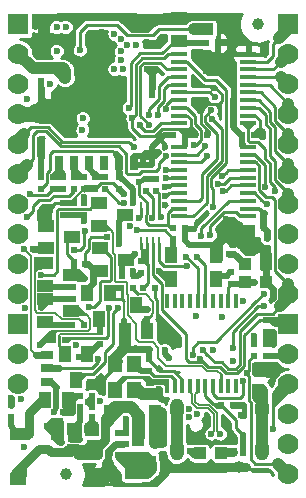
<source format=gbr>
G04 #@! TF.GenerationSoftware,KiCad,Pcbnew,6.0.0-unknown-d4e9ddc~100~ubuntu18.04.1*
G04 #@! TF.CreationDate,2019-08-02T11:15:37+03:00*
G04 #@! TF.ProjectId,NB-IoT-DevKit_Rev_B,4e422d49-6f54-42d4-9465-764b69745f52,B*
G04 #@! TF.SameCoordinates,Original*
G04 #@! TF.FileFunction,Copper,L4,Bot*
G04 #@! TF.FilePolarity,Positive*
%FSLAX46Y46*%
G04 Gerber Fmt 4.6, Leading zero omitted, Abs format (unit mm)*
G04 Created by KiCad (PCBNEW 6.0.0-unknown-d4e9ddc~100~ubuntu18.04.1) date 2019-08-02 11:15:37*
%MOMM*%
%LPD*%
G04 APERTURE LIST*
%ADD10R,1.400000X1.000000*%
%ADD11R,0.550000X0.500000*%
%ADD12R,0.500000X0.550000*%
%ADD13R,1.000000X1.400000*%
%ADD14R,0.508000X0.762000*%
%ADD15R,1.016000X1.016000*%
%ADD16R,0.250000X1.000000*%
%ADD17C,1.778000*%
%ADD18R,1.778000X1.778000*%
%ADD19C,1.400000*%
%ADD20R,1.400000X1.400000*%
%ADD21R,1.030000X1.000000*%
%ADD22R,0.550000X1.800000*%
%ADD23R,0.650000X1.300000*%
%ADD24R,1.400000X0.350000*%
%ADD25O,1.200000X1.800000*%
%ADD26R,0.325000X1.270000*%
%ADD27R,1.016000X0.762000*%
%ADD28C,1.000000*%
%ADD29R,1.200000X1.400000*%
%ADD30R,1.200000X0.550000*%
%ADD31C,0.600000*%
%ADD32C,0.609600*%
%ADD33C,0.762000*%
%ADD34C,0.508000*%
%ADD35C,1.016000*%
%ADD36C,0.254000*%
%ADD37C,1.270000*%
%ADD38C,0.355600*%
%ADD39C,0.157480*%
%ADD40C,0.406400*%
%ADD41C,0.228600*%
%ADD42C,0.127000*%
G04 APERTURE END LIST*
D10*
X138973560Y-83118960D03*
X138973560Y-81216500D03*
X141183360Y-82171540D03*
D11*
X137668000Y-78359000D03*
X137668000Y-77343000D03*
D12*
X138303000Y-93726000D03*
X137287000Y-93726000D03*
X146177000Y-71628000D03*
X145161000Y-71628000D03*
D11*
X135890000Y-77343000D03*
X135890000Y-78359000D03*
D12*
X137287000Y-94615000D03*
X138303000Y-94615000D03*
X148971000Y-63817500D03*
X147955000Y-63817500D03*
X140779500Y-84582000D03*
X141795500Y-84582000D03*
D13*
X148839000Y-83820000D03*
X145039000Y-83820000D03*
X148839000Y-81788000D03*
X145039000Y-81788000D03*
D10*
X141138000Y-78359000D03*
X138938000Y-77409000D03*
X138938000Y-79309000D03*
D14*
X151130000Y-98425000D03*
X150368000Y-98425000D03*
D15*
X147447000Y-98552000D03*
X149225000Y-98552000D03*
D11*
X136715500Y-84518500D03*
X136715500Y-85534500D03*
D12*
X145161000Y-80391000D03*
X146177000Y-80391000D03*
D16*
X142442500Y-77801682D03*
X142942500Y-77801682D03*
X143442500Y-77801682D03*
X143942500Y-77801682D03*
X143942500Y-80801682D03*
X143442500Y-80801682D03*
X142942500Y-80801682D03*
X142442500Y-80801682D03*
D17*
X154940000Y-69850000D03*
X154940000Y-67310000D03*
X154940000Y-64770000D03*
D18*
X154940000Y-62230000D03*
D17*
X154940000Y-72390000D03*
X154940000Y-74930000D03*
X154940000Y-80010000D03*
X154940000Y-77470000D03*
X154940000Y-82550000D03*
X154940000Y-85090000D03*
X154940000Y-95250000D03*
X154940000Y-92710000D03*
X154940000Y-90170000D03*
D18*
X154940000Y-87630000D03*
D17*
X154940000Y-97790000D03*
X154940000Y-100330000D03*
X132080000Y-92710000D03*
X132080000Y-90170000D03*
D18*
X132080000Y-87630000D03*
D17*
X132080000Y-69850000D03*
X132080000Y-67310000D03*
X132080000Y-64770000D03*
D18*
X132080000Y-62230000D03*
D17*
X132080000Y-72390000D03*
X132080000Y-74930000D03*
X132080000Y-80010000D03*
X132080000Y-77470000D03*
X132080000Y-82550000D03*
X132080000Y-85090000D03*
D19*
X139715240Y-100058220D03*
D20*
X141744700Y-100055680D03*
D21*
X143149000Y-61928000D03*
X134219000Y-61928000D03*
D22*
X143389000Y-73398000D03*
X133979000Y-73398000D03*
X143389000Y-67648000D03*
X133979000Y-67648000D03*
D23*
X139319000Y-74018000D03*
X141859000Y-74018000D03*
X135509000Y-74018000D03*
X136779000Y-74018000D03*
X138049000Y-74018000D03*
X140589000Y-74018000D03*
D24*
X151490000Y-64766000D03*
X151490000Y-65416000D03*
X151490000Y-66066000D03*
X151490000Y-66716000D03*
X151490000Y-67366000D03*
X151490000Y-68016000D03*
X151490000Y-68666000D03*
X151490000Y-69316000D03*
X151490000Y-69966000D03*
X151490000Y-70616000D03*
X145690000Y-70616000D03*
X145690000Y-69966000D03*
X145690000Y-69316000D03*
X145690000Y-68666000D03*
X145690000Y-68016000D03*
X145690000Y-67366000D03*
X145690000Y-66716000D03*
X145690000Y-66066000D03*
X145690000Y-65416000D03*
X145690000Y-64766000D03*
X151490000Y-72640000D03*
X151490000Y-73290000D03*
X151490000Y-73940000D03*
X151490000Y-74590000D03*
X151490000Y-75240000D03*
X151490000Y-75890000D03*
X151490000Y-76540000D03*
X151490000Y-77190000D03*
X151490000Y-77840000D03*
X151490000Y-78490000D03*
X145690000Y-78490000D03*
X145690000Y-77840000D03*
X145690000Y-77190000D03*
X145690000Y-76540000D03*
X145690000Y-75890000D03*
X145690000Y-75240000D03*
X145690000Y-74590000D03*
X145690000Y-73940000D03*
X145690000Y-73290000D03*
X145690000Y-72640000D03*
D25*
X145498000Y-98294000D03*
X145498000Y-94824000D03*
X152698000Y-94824000D03*
X152698000Y-98294000D03*
D26*
X150499000Y-92900500D03*
X149849000Y-92900500D03*
X149199000Y-92900500D03*
X148549000Y-92900500D03*
X147899000Y-92900500D03*
X147249000Y-92900500D03*
X146599000Y-92900500D03*
X145949000Y-92900500D03*
X145299000Y-92900500D03*
X144649000Y-92900500D03*
X144649000Y-85661500D03*
X145299000Y-85661500D03*
X145949000Y-85661500D03*
X146599000Y-85661500D03*
X147249000Y-85661500D03*
X147899000Y-85661500D03*
X148549000Y-85661500D03*
X149199000Y-85661500D03*
X149849000Y-85661500D03*
X150499000Y-85661500D03*
D13*
X142242540Y-97282000D03*
X144145000Y-97282000D03*
X143189960Y-99491800D03*
D27*
X134493000Y-90233500D03*
X134493000Y-91376500D03*
X134493000Y-92519500D03*
D11*
X136779000Y-77343000D03*
X136779000Y-78359000D03*
D15*
X136715500Y-96520000D03*
X136715500Y-98298000D03*
X153035000Y-84074000D03*
X151257000Y-84074000D03*
D12*
X150241000Y-94488000D03*
X149225000Y-94488000D03*
D11*
X143129000Y-90551000D03*
X143129000Y-91567000D03*
X143129000Y-93599000D03*
X143129000Y-92583000D03*
D12*
X143637000Y-84582000D03*
X142621000Y-84582000D03*
X145161000Y-79502000D03*
X146177000Y-79502000D03*
X152844500Y-79502000D03*
X151828500Y-79502000D03*
D15*
X151257000Y-82550000D03*
X153035000Y-82550000D03*
D12*
X147066000Y-71628000D03*
X148082000Y-71628000D03*
X152019000Y-71628000D03*
X151003000Y-71628000D03*
D11*
X140589000Y-76200000D03*
X140589000Y-75184000D03*
X138557000Y-75184000D03*
X138557000Y-76200000D03*
X137668000Y-75184000D03*
X137668000Y-76200000D03*
D12*
X135001000Y-75184000D03*
X133985000Y-75184000D03*
D10*
X132080000Y-96901000D03*
X132080000Y-100701000D03*
D13*
X139832000Y-95123000D03*
X143632000Y-95123000D03*
X136019540Y-90170000D03*
X137922000Y-90170000D03*
X136966960Y-92379800D03*
X134368540Y-94015560D03*
X136271000Y-94015560D03*
X135315960Y-96225360D03*
D10*
X134401560Y-81213960D03*
X134401560Y-79311500D03*
X136611360Y-80266540D03*
D28*
X152400000Y-62230000D03*
X136144000Y-100330000D03*
X150749000Y-99695000D03*
D29*
X140297000Y-90975000D03*
X141897000Y-93175000D03*
X140297000Y-93175000D03*
X141897000Y-90975000D03*
D11*
X139001500Y-88328500D03*
X139001500Y-89344500D03*
X131445000Y-95504000D03*
X131445000Y-94488000D03*
D12*
X137287000Y-95504000D03*
X138303000Y-95504000D03*
D11*
X136779000Y-82359500D03*
X136779000Y-81343500D03*
D12*
X135001000Y-88963500D03*
X136017000Y-88963500D03*
D11*
X152019000Y-89281000D03*
X152019000Y-90297000D03*
D12*
X136652000Y-87693500D03*
X137668000Y-87693500D03*
X141859000Y-83566000D03*
X140843000Y-83566000D03*
X139573000Y-80264000D03*
X140589000Y-80264000D03*
D11*
X150114000Y-83185000D03*
X150114000Y-84201000D03*
X142875000Y-75311000D03*
X142875000Y-76327000D03*
X143764000Y-75311000D03*
X143764000Y-76327000D03*
X153035000Y-88265000D03*
X153035000Y-87249000D03*
X153035000Y-89281000D03*
X153035000Y-90297000D03*
X142494000Y-83312000D03*
X142494000Y-82296000D03*
D12*
X135001000Y-76200000D03*
X133985000Y-76200000D03*
D11*
X139446000Y-76200000D03*
X139446000Y-75184000D03*
X136779000Y-76200000D03*
X136779000Y-75184000D03*
X135890000Y-76200000D03*
X135890000Y-75184000D03*
D13*
X137924540Y-84963000D03*
X139827000Y-84963000D03*
X138871960Y-87172800D03*
D10*
X134366000Y-84388960D03*
X134366000Y-82486500D03*
X136575800Y-83441540D03*
X134366000Y-87429340D03*
X134366000Y-85526880D03*
X136575800Y-86481920D03*
D13*
X142999460Y-88229440D03*
X141097000Y-88229440D03*
X142052040Y-86019640D03*
D10*
X145669000Y-63624460D03*
X145669000Y-61722000D03*
X147878800Y-62677040D03*
D30*
X140873000Y-96837500D03*
X140873000Y-97787500D03*
X140873000Y-98737500D03*
X138273000Y-96837500D03*
X138273000Y-98737500D03*
D15*
X152400000Y-91440000D03*
X152400000Y-93218000D03*
D31*
X136080500Y-62484000D03*
X135338892Y-62484000D03*
X138112500Y-97726500D03*
X138848348Y-97752652D03*
X142320990Y-95408307D03*
X133477000Y-61658500D03*
X133477000Y-62420500D03*
X153162000Y-91059000D03*
X153924000Y-91059000D03*
X153924000Y-91821000D03*
X138557000Y-63754000D03*
X138557000Y-64643000D03*
X138557000Y-65532000D03*
X142938500Y-66040000D03*
X143700500Y-66040000D03*
X142938500Y-63754000D03*
X142938500Y-62611000D03*
X143700500Y-64008000D03*
X142367000Y-61658500D03*
X139192000Y-61658500D03*
X138430000Y-61658500D03*
X137668000Y-61658500D03*
X139954000Y-61658500D03*
X140716000Y-61658500D03*
X141478000Y-61658500D03*
X143954500Y-61658500D03*
X144716500Y-61658500D03*
X148844000Y-66167000D03*
X151578002Y-64262000D03*
X150558500Y-61658500D03*
X149796500Y-61658500D03*
X148971000Y-61658500D03*
X148209000Y-61658500D03*
X152781000Y-64389000D03*
X149606000Y-66167000D03*
X150241000Y-68707000D03*
X149688568Y-78695532D03*
X150241000Y-66548000D03*
X148681000Y-67600000D03*
X150956990Y-95313500D03*
X150956990Y-94488000D03*
X153162000Y-91821000D03*
X131445000Y-93916500D03*
X143954500Y-93154500D03*
X136499600Y-97345500D03*
X137223500Y-97345500D03*
X150241000Y-64389000D03*
X149606000Y-63754000D03*
X147955000Y-66167000D03*
X150558500Y-62484000D03*
X150876000Y-63246000D03*
X149606000Y-62484000D03*
X150114000Y-63246000D03*
X141016023Y-76609511D03*
X144526000Y-77533500D03*
X144352990Y-87947500D03*
X144081987Y-88773481D03*
X143129028Y-89726467D03*
X150050500Y-96837500D03*
X150050500Y-97599500D03*
X142274722Y-78649031D03*
X137541000Y-68961000D03*
X143891000Y-73025000D03*
X142875004Y-73215500D03*
X133921500Y-78232000D03*
X133938957Y-72009000D03*
X133938979Y-70358000D03*
X133938979Y-69596000D03*
X136627767Y-68833995D03*
X140210000Y-66038000D03*
X140779500Y-65278000D03*
X140779500Y-64516000D03*
X140779500Y-63500000D03*
X141287500Y-64008000D03*
X140208000Y-63055500D03*
X142049500Y-64008000D03*
X140970000Y-66040000D03*
X132842000Y-68580000D03*
X152019000Y-88646000D03*
X151130000Y-97790000D03*
X151130000Y-97028000D03*
X144843500Y-90507428D03*
X144460250Y-89852500D03*
X137521728Y-70208262D03*
X142306704Y-75593544D03*
X137744039Y-82550000D03*
X136977870Y-89382600D03*
X132969000Y-96901000D03*
X132969000Y-95377000D03*
X132969000Y-96139000D03*
X136017000Y-66040000D03*
X136036227Y-66769061D03*
X135079922Y-95086569D03*
X137668000Y-76898500D03*
X132588000Y-81280000D03*
X137668000Y-78867000D03*
X138983466Y-94176291D03*
X144089980Y-95530019D03*
X144096560Y-96278623D03*
X137738176Y-79753927D03*
X149923500Y-81661000D03*
X141742466Y-77365222D03*
X143001992Y-87202990D03*
X148297369Y-80090990D03*
X144562958Y-73406000D03*
X147574000Y-80208030D03*
X146827011Y-90281240D03*
X147700996Y-89852500D03*
X149375521Y-76341733D03*
X147497903Y-90561331D03*
X147129500Y-86931500D03*
X149330075Y-75098575D03*
X153670000Y-96520000D03*
X148526500Y-89852500D03*
X148970381Y-75738070D03*
X149299245Y-86984255D03*
X148466970Y-70256386D03*
X148399500Y-69532488D03*
X142385261Y-70762532D03*
X137946782Y-94219961D03*
X137494952Y-71221994D03*
X135318500Y-64516000D03*
X141160500Y-95631000D03*
X133964982Y-83450536D03*
X141986000Y-81661000D03*
X132650867Y-86296500D03*
X144007253Y-83132243D03*
X143002000Y-86360000D03*
X143429010Y-78613000D03*
X144181988Y-78601205D03*
X141016032Y-77336522D03*
X132777999Y-78585644D03*
X144562998Y-69453491D03*
X141414500Y-69342000D03*
X141491314Y-79311044D03*
X148409500Y-96901000D03*
X149136500Y-96901000D03*
X140606490Y-80817687D03*
X138082579Y-86156319D03*
X144528686Y-76771500D03*
X144487475Y-76022200D03*
X144546944Y-75285600D03*
X144573794Y-74549000D03*
X148082000Y-73406000D03*
X147891500Y-72580500D03*
X148705887Y-68379123D03*
X143159961Y-69946039D03*
X148580342Y-77688796D03*
X146939000Y-72453500D03*
X147193000Y-95250000D03*
X146532600Y-95529400D03*
X146532600Y-94818200D03*
X134493000Y-96266000D03*
X135128000Y-97155000D03*
X135691590Y-97599500D03*
X137287000Y-64389000D03*
X147193000Y-81915000D03*
X133684990Y-82169000D03*
X142113000Y-79692500D03*
X146621500Y-98361500D03*
X133350000Y-81280000D03*
X137668000Y-83756500D03*
X132588000Y-98044000D03*
X146304000Y-81915000D03*
X133982128Y-86169500D03*
X153035000Y-88773000D03*
X153606500Y-88265000D03*
X153606500Y-89281000D03*
X141795500Y-83098570D03*
X151088500Y-85674927D03*
X149725649Y-83539305D03*
X134747000Y-67310000D03*
X132338089Y-94000447D03*
X133904010Y-89379917D03*
X133096000Y-76581000D03*
X139192000Y-62865000D03*
X153098500Y-80327500D03*
X152781000Y-78803500D03*
X153162000Y-77470000D03*
X152998011Y-76012313D03*
X153847424Y-76377400D03*
X152781000Y-71818500D03*
X152833755Y-85100769D03*
X153606500Y-85407500D03*
X152844500Y-86106004D03*
X152065021Y-84074000D03*
X153214463Y-81713463D03*
X140512499Y-86283800D03*
X141841510Y-72628804D03*
X137223500Y-90398900D03*
X138874500Y-92265500D03*
X138849016Y-90552030D03*
X135858490Y-95091490D03*
X136588500Y-95072500D03*
X143119983Y-70728406D03*
X146314885Y-82749404D03*
X143892816Y-69896010D03*
X141732000Y-70208522D03*
X139761150Y-86251659D03*
X150266400Y-90754200D03*
X151088512Y-92418574D03*
X151460200Y-91744802D03*
X150238747Y-89659777D03*
D32*
X136427400Y-93726000D02*
X136271000Y-93882400D01*
X136271000Y-93882400D02*
X136271000Y-94043500D01*
D33*
X139028388Y-97826612D02*
X138684000Y-98171000D01*
X137287000Y-98171000D02*
X136525000Y-98171000D01*
D32*
X136906000Y-93726000D02*
X136427400Y-93726000D01*
X136271000Y-94015560D02*
X136271000Y-95059500D01*
X137668000Y-98171000D02*
X137350500Y-98171000D01*
X138112500Y-97726500D02*
X137668000Y-98171000D01*
D33*
X138684000Y-98171000D02*
X137350500Y-98171000D01*
X137350500Y-98171000D02*
X137287000Y-98171000D01*
X136271000Y-98171000D02*
X137287000Y-98171000D01*
X135572500Y-98425000D02*
X136017000Y-98425000D01*
X136017000Y-98425000D02*
X136271000Y-98171000D01*
D32*
X139128500Y-97726500D02*
X138874500Y-97726500D01*
X138874500Y-97726500D02*
X138848348Y-97752652D01*
X138822196Y-97726500D02*
X138848348Y-97752652D01*
X138112500Y-97726500D02*
X138822196Y-97726500D01*
D33*
X139382511Y-95572489D02*
X139382511Y-97472489D01*
X139382511Y-97472489D02*
X139028388Y-97826612D01*
X139832000Y-95123000D02*
X139382511Y-95572489D01*
X136525000Y-98425000D02*
X135572500Y-98425000D01*
X138811000Y-98044000D02*
X138811000Y-98679000D01*
X139028388Y-97826612D02*
X138811000Y-98044000D01*
X138811000Y-98679000D02*
X137160000Y-98679000D01*
X137160000Y-98679000D02*
X136779000Y-98298000D01*
X136779000Y-98298000D02*
X136652000Y-98298000D01*
X136652000Y-98298000D02*
X136525000Y-98425000D01*
X132397500Y-100383500D02*
X132080000Y-100701000D01*
X132397500Y-99631500D02*
X132397500Y-100383500D01*
X133858000Y-98171000D02*
X132397500Y-99631500D01*
X135572500Y-98425000D02*
X134810500Y-98425000D01*
X134556500Y-98171000D02*
X133858000Y-98171000D01*
X134810500Y-98425000D02*
X134556500Y-98171000D01*
X132397500Y-99631500D02*
X131762500Y-100266500D01*
X131762500Y-100266500D02*
X131762500Y-100711000D01*
D34*
X136906000Y-93726000D02*
X137287000Y-93726000D01*
D35*
X142320990Y-95832571D02*
X142320990Y-95408307D01*
X142320990Y-97201010D02*
X142320990Y-95832571D01*
X142240000Y-97282000D02*
X142320990Y-97201010D01*
X141591183Y-94678500D02*
X142320990Y-95408307D01*
X139832000Y-95123000D02*
X140276500Y-94678500D01*
X140276500Y-94678500D02*
X141591183Y-94678500D01*
D33*
X139382500Y-96139000D02*
X140716000Y-94805500D01*
X139382500Y-96774000D02*
X139382500Y-96139000D01*
D35*
X142242540Y-95486757D02*
X142320990Y-95408307D01*
X142242540Y-97282000D02*
X142242540Y-95486757D01*
D34*
X141897000Y-93175000D02*
X142321000Y-93599000D01*
X142321000Y-93599000D02*
X143129000Y-93599000D01*
X143129000Y-93599000D02*
X143002000Y-93599000D01*
X143002000Y-93599000D02*
X142240000Y-92837000D01*
D33*
X140297000Y-90975000D02*
X140525500Y-90746500D01*
D34*
X153162000Y-91059000D02*
X153162000Y-91821000D01*
D32*
X153924000Y-91059000D02*
X153924000Y-91821000D01*
D34*
X153543000Y-91059000D02*
X153543000Y-91821000D01*
D32*
X153543000Y-91821000D02*
X153162000Y-91821000D01*
X153162000Y-91059000D02*
X153543000Y-91059000D01*
X153924000Y-91821000D02*
X153543000Y-91821000D01*
X153543000Y-91059000D02*
X153924000Y-91059000D01*
D34*
X151828500Y-79502000D02*
X151828500Y-80137000D01*
X133985000Y-73406000D02*
X133979000Y-73400000D01*
X133985000Y-67691000D02*
X133979000Y-67697000D01*
X133979000Y-73398000D02*
X133979000Y-74555000D01*
X133979000Y-75178000D02*
X133985000Y-75184000D01*
X151257000Y-79565500D02*
X151257000Y-79502000D01*
X151257000Y-79502000D02*
X151828500Y-79502000D01*
X138430000Y-76073000D02*
X138557000Y-76200000D01*
X137668000Y-76200000D02*
X137795000Y-76073000D01*
X137795000Y-76073000D02*
X138176000Y-76073000D01*
X138176000Y-76073000D02*
X138430000Y-76073000D01*
X137668000Y-76200000D02*
X138557000Y-76200000D01*
D36*
X140564000Y-76200000D02*
X140056000Y-75692000D01*
X140589000Y-76200000D02*
X140564000Y-76200000D01*
X140056000Y-75692000D02*
X139065000Y-75692000D01*
X138811000Y-75946000D02*
X138430000Y-75946000D01*
X139065000Y-75692000D02*
X138811000Y-75946000D01*
X138811000Y-75946000D02*
X138557000Y-76200000D01*
D34*
X133979000Y-74555000D02*
X133979000Y-75178000D01*
D36*
X137668000Y-76327000D02*
X137668000Y-76200000D01*
D34*
X133979000Y-68828000D02*
X133985000Y-68834000D01*
X133979000Y-67648000D02*
X133979000Y-68828000D01*
D32*
X143389000Y-66351500D02*
X143700500Y-66040000D01*
X143389000Y-67648000D02*
X143389000Y-66351500D01*
X142938500Y-66040000D02*
X143383000Y-66484500D01*
X143383000Y-66484500D02*
X143383000Y-66865500D01*
X142938500Y-66040000D02*
X143700500Y-66040000D01*
X142879500Y-61658500D02*
X142367000Y-61658500D01*
X143149000Y-61928000D02*
X142879500Y-61658500D01*
X139192000Y-61658500D02*
X134429500Y-61658500D01*
X134429500Y-61658500D02*
X134239000Y-61849000D01*
X133477000Y-61658500D02*
X133477000Y-62357000D01*
X133477000Y-61658500D02*
X134429500Y-61658500D01*
D34*
X133873500Y-62055000D02*
X133477000Y-61658500D01*
X134219000Y-62055000D02*
X133873500Y-62055000D01*
X134366000Y-62420500D02*
X135128000Y-61658500D01*
X133477000Y-62420500D02*
X134366000Y-62420500D01*
D32*
X143954500Y-61658500D02*
X142875000Y-61658500D01*
X143954500Y-61658500D02*
X144716500Y-61658500D01*
X145669000Y-61846460D02*
X145481040Y-61658500D01*
X145481040Y-61658500D02*
X144716500Y-61658500D01*
X142938500Y-62138500D02*
X142938500Y-62611000D01*
X143149000Y-61928000D02*
X142938500Y-62138500D01*
D34*
X151574500Y-64265502D02*
X151578002Y-64262000D01*
X151574500Y-64643000D02*
X151574500Y-64265502D01*
D36*
X151490000Y-64766000D02*
X151574500Y-64681500D01*
X151574500Y-64681500D02*
X151574500Y-64643000D01*
X151490000Y-72640000D02*
X151126000Y-72640000D01*
X151126000Y-72640000D02*
X151003000Y-72517000D01*
D34*
X151003000Y-72263000D02*
X151003000Y-72517000D01*
X151003000Y-72517000D02*
X151003000Y-72050990D01*
X143334990Y-73452010D02*
X142613407Y-73452010D01*
X143389000Y-73398000D02*
X143334990Y-73452010D01*
X149669500Y-78714600D02*
X149688568Y-78695532D01*
X149669500Y-79502000D02*
X149669500Y-78714600D01*
X150495000Y-79501964D02*
X150495000Y-79502000D01*
X149688568Y-78695532D02*
X150495000Y-79501964D01*
X151257000Y-79502000D02*
X150495000Y-79502000D01*
X150495000Y-79502000D02*
X149669500Y-79502000D01*
X151447500Y-79756000D02*
X151479250Y-79787750D01*
X149669500Y-79756000D02*
X151447500Y-79756000D01*
X151479250Y-79787750D02*
X151257000Y-79565500D01*
X149669500Y-79502000D02*
X149669500Y-79756000D01*
X149669500Y-79756000D02*
X149669500Y-80073500D01*
X142613407Y-74135675D02*
X142624482Y-74146750D01*
X142613407Y-73452010D02*
X142613407Y-74135675D01*
X143383000Y-74168000D02*
X142645732Y-74168000D01*
X143389000Y-73398000D02*
X143389000Y-74162000D01*
X142645732Y-74168000D02*
X142624482Y-74146750D01*
X143389000Y-74162000D02*
X143383000Y-74168000D01*
X142624482Y-74164518D02*
X142624482Y-74146750D01*
X142621000Y-74168000D02*
X142624482Y-74164518D01*
X141987750Y-74146750D02*
X141859000Y-74018000D01*
X142599750Y-74146750D02*
X141987750Y-74146750D01*
X141986000Y-74168000D02*
X142621000Y-74168000D01*
X142621000Y-74168000D02*
X142599750Y-74146750D01*
X150241000Y-94488000D02*
X150956990Y-94488000D01*
X152737736Y-91059000D02*
X152146000Y-91059000D01*
X153162000Y-91059000D02*
X152737736Y-91059000D01*
X153162000Y-91059000D02*
X152400000Y-91821000D01*
X152146000Y-91821000D02*
X153162000Y-91821000D01*
X152400000Y-91821000D02*
X152146000Y-91821000D01*
X141897000Y-93175000D02*
X141897000Y-93561000D01*
X143002000Y-93599000D02*
X142321000Y-93599000D01*
X136652000Y-96520000D02*
X137287000Y-95885000D01*
X137287000Y-95885000D02*
X137287000Y-95504000D01*
X137287000Y-95504000D02*
X137287000Y-94615000D01*
D32*
X131445000Y-94488000D02*
X131445000Y-93916500D01*
D35*
X139715240Y-100058220D02*
X139700000Y-100042980D01*
X139700000Y-100042980D02*
X139700000Y-99441000D01*
D32*
X142367000Y-93281500D02*
X142303500Y-93218000D01*
X143954500Y-93154500D02*
X143827500Y-93281500D01*
X143827500Y-93281500D02*
X142367000Y-93281500D01*
X136494801Y-97340701D02*
X136499600Y-97345500D01*
X136494801Y-97121235D02*
X136494801Y-97340701D01*
X136499600Y-97116436D02*
X136494801Y-97121235D01*
X136652000Y-96520000D02*
X136499600Y-96672400D01*
X136499600Y-96672400D02*
X136499600Y-97116436D01*
X137223500Y-97345500D02*
X136499600Y-97345500D01*
X137223500Y-97345500D02*
X136829800Y-96951800D01*
X136829800Y-96951800D02*
X136829800Y-96418400D01*
X143954500Y-93662500D02*
X143972001Y-93680001D01*
X143891000Y-93599000D02*
X143972001Y-93680001D01*
X143129000Y-93599000D02*
X143891000Y-93599000D01*
X143954500Y-93154500D02*
X143954500Y-93662500D01*
X144271974Y-93979974D02*
X144271974Y-93980000D01*
X144018000Y-93726000D02*
X144271974Y-93979974D01*
X143972001Y-93680001D02*
X143972001Y-93680027D01*
X143972001Y-93680027D02*
X144271974Y-93980000D01*
X144271974Y-93980000D02*
X144017974Y-93726000D01*
X142448000Y-93726000D02*
X141897000Y-93175000D01*
X144017974Y-93726000D02*
X142448000Y-93726000D01*
D35*
X139715240Y-100058220D02*
X139715240Y-100091240D01*
X139715240Y-100091240D02*
X140271500Y-100647500D01*
D36*
X140271500Y-100647500D02*
X139700000Y-100076000D01*
D34*
X151003000Y-72390000D02*
X151193500Y-72580500D01*
X151003000Y-72263000D02*
X151003000Y-72390000D01*
D33*
X140970000Y-88229440D02*
X140970000Y-88646000D01*
X141097000Y-88898212D02*
X141097000Y-88011000D01*
D32*
X139700000Y-99060000D02*
X139700000Y-99441000D01*
X140906500Y-97790000D02*
X140322890Y-97790000D01*
X139700000Y-98412890D02*
X139700000Y-99060000D01*
X140322890Y-97790000D02*
X139700000Y-98412890D01*
D34*
X137223500Y-95948500D02*
X137223500Y-97345500D01*
X137287000Y-95885000D02*
X137223500Y-95948500D01*
D32*
X141986000Y-61658500D02*
X141922500Y-61658500D01*
X142938500Y-62611000D02*
X141986000Y-61658500D01*
X139192000Y-61658500D02*
X141922500Y-61658500D01*
X141922500Y-61658500D02*
X144716500Y-61658500D01*
X143002000Y-62611000D02*
X143954500Y-61658500D01*
X142938500Y-62611000D02*
X143002000Y-62611000D01*
X134899400Y-70078600D02*
X135559800Y-69418200D01*
X133985000Y-68834000D02*
X134340600Y-69189600D01*
X135788400Y-69189600D02*
X135839200Y-69138800D01*
X134340600Y-69189600D02*
X135788400Y-69189600D01*
X135559800Y-69418200D02*
X135839200Y-69138800D01*
X132969000Y-69850000D02*
X132537200Y-69850000D01*
X133985000Y-68834000D02*
X132969000Y-69850000D01*
D37*
X132080000Y-69850000D02*
X132537200Y-69850000D01*
D32*
X133979000Y-68497800D02*
X134315200Y-68834000D01*
X133979000Y-67648000D02*
X133979000Y-68497800D01*
X133985000Y-68834000D02*
X134315200Y-68834000D01*
X133985000Y-68834000D02*
X133985000Y-68402200D01*
D34*
X150266400Y-68732400D02*
X150241000Y-68707000D01*
X150266400Y-70953202D02*
X150266400Y-68732400D01*
X151003000Y-72263000D02*
X151003000Y-71689802D01*
X151003000Y-71689802D02*
X150266400Y-70953202D01*
D36*
X147967700Y-71513700D02*
X147967700Y-71090282D01*
X148082000Y-71628000D02*
X147967700Y-71513700D01*
X147967700Y-71090282D02*
X148196300Y-71318882D01*
X148196300Y-71318882D02*
X148196300Y-71640700D01*
X148753000Y-67600000D02*
X148681000Y-67600000D01*
X149288500Y-68135500D02*
X148753000Y-67600000D01*
X147510500Y-70633082D02*
X147510500Y-69532500D01*
X147967700Y-71090282D02*
X147510500Y-70633082D01*
X147510500Y-69532500D02*
X148082000Y-68961000D01*
X148082000Y-68961000D02*
X149034500Y-68961000D01*
X149034500Y-68961000D02*
X149288500Y-68707000D01*
X149288500Y-68707000D02*
X149288500Y-68135500D01*
D38*
X150618000Y-64766000D02*
X150241000Y-64389000D01*
X151490000Y-64766000D02*
X150618000Y-64766000D01*
D34*
X141859000Y-73406000D02*
X142567397Y-73406000D01*
X141859000Y-74018000D02*
X141859000Y-73406000D01*
X142567397Y-73406000D02*
X142613407Y-73452010D01*
X139715240Y-100058220D02*
X138384280Y-100058220D01*
D32*
X143256000Y-73152000D02*
X142820593Y-73152000D01*
D34*
X140606512Y-76200000D02*
X140716024Y-76309512D01*
X140589000Y-76200000D02*
X140606512Y-76200000D01*
X140716024Y-76309512D02*
X141016023Y-76609511D01*
X140970000Y-88229440D02*
X140970000Y-89437440D01*
D33*
X140297000Y-90462000D02*
X141097000Y-89662000D01*
X140297000Y-90975000D02*
X140297000Y-90462000D01*
D32*
X141095646Y-88899566D02*
X141097000Y-88898212D01*
D33*
X141095646Y-89662000D02*
X141095646Y-88709066D01*
D34*
X148971000Y-63754000D02*
X149606000Y-63754000D01*
D36*
X140525500Y-89979500D02*
X140778561Y-89726439D01*
X143129000Y-89726439D02*
X143129028Y-89726467D01*
D34*
X148966000Y-80777000D02*
X148971000Y-80772000D01*
X146177000Y-80518000D02*
X146177000Y-79502000D01*
D36*
X148971000Y-80772000D02*
X148844000Y-80899000D01*
D34*
X146558000Y-80899000D02*
X146177000Y-80518000D01*
X148844000Y-80899000D02*
X146558000Y-80899000D01*
D32*
X141096033Y-89726467D02*
X143129028Y-89726467D01*
D36*
X140779500Y-101155500D02*
X140271500Y-100647500D01*
X143573500Y-101155500D02*
X140779500Y-101155500D01*
X144780000Y-99949000D02*
X143573500Y-101155500D01*
X148971000Y-99949000D02*
X144780000Y-99949000D01*
X149225000Y-99695000D02*
X148971000Y-99949000D01*
X138384280Y-100058220D02*
X137795000Y-100647500D01*
X137795000Y-101155500D02*
X140812520Y-101155500D01*
X137795000Y-100647500D02*
X137795000Y-101155500D01*
X142349151Y-78649031D02*
X142274722Y-78649031D01*
X142442500Y-78555682D02*
X142349151Y-78649031D01*
X142442500Y-77801682D02*
X142442500Y-78555682D01*
D32*
X133985000Y-68834000D02*
X133938990Y-68880010D01*
X134315200Y-68834000D02*
X136201735Y-68833999D01*
X136144001Y-68833999D02*
X136201735Y-68833999D01*
X135839200Y-69138800D02*
X136144001Y-68833999D01*
D34*
X143389000Y-72638000D02*
X144399000Y-71628000D01*
X143389000Y-73398000D02*
X143389000Y-72638000D01*
X144399000Y-71628000D02*
X145161000Y-71628000D01*
D32*
X142938504Y-73279000D02*
X142875004Y-73215500D01*
X143891000Y-73025000D02*
X143637000Y-73279000D01*
X143637000Y-73279000D02*
X142938504Y-73279000D01*
D34*
X134401560Y-79311500D02*
X133921500Y-78831440D01*
X133921500Y-78831440D02*
X133921500Y-78168500D01*
X140208000Y-84582000D02*
X140779500Y-84582000D01*
X139827000Y-84963000D02*
X140208000Y-84582000D01*
X135890000Y-77343000D02*
X136779000Y-77343000D01*
D39*
X136969500Y-77152500D02*
X136779000Y-77343000D01*
X137668000Y-76200000D02*
X137643000Y-76200000D01*
X137643000Y-76200000D02*
X136969500Y-76873500D01*
D36*
X135191500Y-77343000D02*
X135890000Y-77343000D01*
X133921500Y-78168500D02*
X133921500Y-77744236D01*
X135001000Y-77533500D02*
X135191500Y-77343000D01*
X134132236Y-77533500D02*
X135001000Y-77533500D01*
X133921500Y-77744236D02*
X134132236Y-77533500D01*
D39*
X136652000Y-77191000D02*
X136652000Y-77343000D01*
X136842500Y-77025500D02*
X136830000Y-77013000D01*
X136830000Y-77013000D02*
X136652000Y-77191000D01*
X136969500Y-76873500D02*
X136830000Y-77013000D01*
X136969500Y-76873500D02*
X136969500Y-77025500D01*
X136969500Y-77025500D02*
X136842500Y-77025500D01*
X136969500Y-77025500D02*
X136969500Y-77152500D01*
D37*
X133260715Y-69850000D02*
X133514715Y-69596000D01*
D32*
X133938979Y-68880021D02*
X133938979Y-69933736D01*
X134620000Y-70358000D02*
X134363243Y-70358000D01*
X134363243Y-70358000D02*
X133938979Y-70358000D01*
X134899400Y-70078600D02*
X134620000Y-70358000D01*
X134363243Y-69596000D02*
X133938979Y-69596000D01*
X133938979Y-69933736D02*
X133938979Y-70358000D01*
X134421579Y-70078600D02*
X134238978Y-69895999D01*
X133938979Y-68880021D02*
X133938979Y-69171736D01*
X133638980Y-70058001D02*
X133938979Y-70358000D01*
X135382000Y-69596000D02*
X134363243Y-69596000D01*
X133380179Y-69799200D02*
X133638980Y-70058001D01*
D37*
X132537200Y-69850000D02*
X133260715Y-69850000D01*
D32*
X135559800Y-69418200D02*
X135382000Y-69596000D01*
X133938979Y-70020264D02*
X133938979Y-69596000D01*
X133938979Y-70265969D02*
X133938979Y-70020264D01*
D37*
X133514715Y-69596000D02*
X133938979Y-69596000D01*
D32*
X134238978Y-69895999D02*
X133938979Y-69596000D01*
X133938990Y-68880010D02*
X133938979Y-68880021D01*
X132080000Y-69799200D02*
X133380179Y-69799200D01*
X134899400Y-70078600D02*
X134421579Y-70078600D01*
X133938979Y-69171736D02*
X133938979Y-69596000D01*
X133985000Y-70311990D02*
X133938979Y-70265969D01*
X142849917Y-73215500D02*
X142875004Y-73215500D01*
X142613407Y-73452010D02*
X142849917Y-73215500D01*
D33*
X141097000Y-89598500D02*
X141097000Y-88898212D01*
D34*
X143129000Y-90551000D02*
X143129000Y-89726495D01*
X143129000Y-89726495D02*
X143129028Y-89726467D01*
D36*
X144087259Y-91630490D02*
X143129000Y-90672231D01*
X145953000Y-92342910D02*
X145240580Y-91630490D01*
X145953000Y-93154500D02*
X145953000Y-92342910D01*
X143129000Y-90672231D02*
X143129000Y-90551000D01*
X145240580Y-91630490D02*
X144087259Y-91630490D01*
D32*
X136735826Y-68942054D02*
X136627767Y-68833995D01*
X136201739Y-68833995D02*
X136203503Y-68833995D01*
X136906000Y-68834000D02*
X136797946Y-68942054D01*
X136203503Y-68833995D02*
X136627767Y-68833995D01*
X136201735Y-68833999D02*
X136201739Y-68833995D01*
X136797946Y-68942054D02*
X136735826Y-68942054D01*
D36*
X139763500Y-85090000D02*
X139763500Y-84963000D01*
X140886548Y-85133548D02*
X140886548Y-84689048D01*
X140886548Y-84689048D02*
X140779500Y-84582000D01*
X140886548Y-85514548D02*
X139870548Y-85514548D01*
X140886548Y-85514548D02*
X140886548Y-85133548D01*
X139870548Y-85514548D02*
X139807048Y-85514548D01*
X139807048Y-85514548D02*
X139763500Y-85471000D01*
X139763500Y-85471000D02*
X139763500Y-85090000D01*
D34*
X149669500Y-80073500D02*
X151701500Y-80073500D01*
X148966000Y-81666000D02*
X148966000Y-80777000D01*
X148844000Y-81788000D02*
X148966000Y-81666000D01*
D33*
X149669500Y-80073500D02*
X148844000Y-80899000D01*
X140081000Y-90487500D02*
X140081000Y-90868500D01*
X141033500Y-88138000D02*
X141033500Y-89535000D01*
X141033500Y-89535000D02*
X140081000Y-90487500D01*
D36*
X140970000Y-88229440D02*
X141013548Y-88185892D01*
X141013548Y-85641548D02*
X140886548Y-85514548D01*
D39*
X140886548Y-85514548D02*
X141061808Y-85689808D01*
X141061808Y-87975808D02*
X141097000Y-88011000D01*
D36*
X149225000Y-94361000D02*
X149225000Y-94488000D01*
X147903000Y-93154500D02*
X147903000Y-93674000D01*
X148590000Y-94361000D02*
X149225000Y-94361000D01*
X147903000Y-93674000D02*
X148590000Y-94361000D01*
X148844000Y-94615000D02*
X149225000Y-94615000D01*
X148590000Y-94361000D02*
X148780500Y-94551500D01*
X148780500Y-94551500D02*
X149225000Y-94551500D01*
X148780500Y-94551500D02*
X148844000Y-94615000D01*
X149225000Y-94551500D02*
X149288500Y-94488000D01*
X149853000Y-85915500D02*
X149853000Y-85210000D01*
X149853000Y-85126264D02*
X149853000Y-85210000D01*
X149853000Y-85915500D02*
X149853000Y-85286200D01*
X149853000Y-85915500D02*
X149853000Y-85274800D01*
D34*
X152019000Y-89154000D02*
X152019000Y-88646000D01*
D36*
X149853000Y-84462000D02*
X150114000Y-84201000D01*
X149853000Y-85210000D02*
X149853000Y-84462000D01*
D34*
X150114000Y-84201000D02*
X151130000Y-84201000D01*
X151130000Y-84201000D02*
X151257000Y-84074000D01*
X151130000Y-98425000D02*
X151130000Y-97790000D01*
D36*
X150495000Y-95758000D02*
X149225000Y-94488000D01*
X151130000Y-97028000D02*
X150495000Y-96393000D01*
X150495000Y-96393000D02*
X150495000Y-95758000D01*
D34*
X151130000Y-97790000D02*
X151130000Y-97028000D01*
X144460250Y-89852500D02*
X144460250Y-90124178D01*
X144460250Y-90124178D02*
X144843500Y-90507428D01*
D35*
X152698000Y-94824000D02*
X152698000Y-96740000D01*
X152698000Y-98294000D02*
X152698000Y-96740000D01*
X145498000Y-98294000D02*
X145498000Y-96818000D01*
X145498000Y-94824000D02*
X145498000Y-96818000D01*
X152698000Y-94824000D02*
X152698000Y-94444000D01*
X152400000Y-93218000D02*
X152400000Y-93789500D01*
X152400000Y-93789500D02*
X152717500Y-94107000D01*
X152654000Y-93218000D02*
X152400000Y-93218000D01*
X152698000Y-94824000D02*
X152698000Y-93262000D01*
X152698000Y-93262000D02*
X152654000Y-93218000D01*
D36*
X147066000Y-71628000D02*
X147066000Y-71603000D01*
D34*
X142875000Y-75311000D02*
X143182682Y-75311000D01*
X143764000Y-75311000D02*
X143182682Y-75311000D01*
D36*
X145690000Y-72640000D02*
X146054000Y-72640000D01*
X146054000Y-72640000D02*
X146177000Y-72517000D01*
D34*
X146177000Y-72517000D02*
X146177000Y-71628000D01*
X146177000Y-71628000D02*
X147066000Y-71628000D01*
D36*
X146177000Y-71603000D02*
X146177000Y-71628000D01*
X146684980Y-70294480D02*
X146684980Y-70929480D01*
X145690000Y-69966000D02*
X146356500Y-69966000D01*
X146356500Y-69966000D02*
X146684980Y-70294480D01*
X146515460Y-71099000D02*
X146684980Y-70929480D01*
X145673000Y-71099000D02*
X146515460Y-71099000D01*
X146875500Y-71459040D02*
X146875500Y-71628000D01*
X147193000Y-71628000D02*
X147066000Y-71628000D01*
X146684980Y-70929480D02*
X147193000Y-71437500D01*
X147193000Y-71437500D02*
X147193000Y-71628000D01*
X146729250Y-71329750D02*
X146737730Y-71321270D01*
X146515460Y-71099000D02*
X146737730Y-71321270D01*
X146737730Y-71321270D02*
X146875500Y-71459040D01*
X145673000Y-71099000D02*
X145903750Y-71329750D01*
X145903750Y-71329750D02*
X146729250Y-71329750D01*
X145903750Y-71329750D02*
X146177000Y-71603000D01*
X142306704Y-76017808D02*
X142306704Y-75593544D01*
X142306704Y-76667588D02*
X142306704Y-76017808D01*
X142942500Y-77801682D02*
X142942500Y-77303384D01*
X142942500Y-77303384D02*
X142306704Y-76667588D01*
D40*
X142589248Y-75311000D02*
X142306704Y-75593544D01*
X142875000Y-75311000D02*
X142589248Y-75311000D01*
D32*
X138973560Y-83118960D02*
X138973560Y-83276440D01*
X138973560Y-83276440D02*
X138938000Y-83312000D01*
D36*
X145080002Y-77840000D02*
X145690000Y-77840000D01*
X144735999Y-78184003D02*
X145080002Y-77840000D01*
X142942500Y-78317129D02*
X142875000Y-78384629D01*
X142942500Y-77801682D02*
X142942500Y-78317129D01*
X142875000Y-78384629D02*
X142875000Y-78994000D01*
X143129000Y-79248000D02*
X144735999Y-79248000D01*
X142875000Y-78994000D02*
X143129000Y-79248000D01*
X144735999Y-79248000D02*
X144735999Y-78184003D01*
X144989999Y-79502000D02*
X144735999Y-79248000D01*
X145161000Y-79502000D02*
X144989999Y-79502000D01*
D32*
X137985500Y-82550000D02*
X137744039Y-82550000D01*
X138430000Y-83375500D02*
X138430000Y-82994500D01*
X138430000Y-82994500D02*
X137985500Y-82550000D01*
D36*
X138019559Y-81309441D02*
X137744039Y-81584961D01*
X137744039Y-81584961D02*
X137744039Y-82550000D01*
X138019559Y-80513299D02*
X138019559Y-81309441D01*
X139573000Y-80264000D02*
X138268858Y-80264000D01*
X138268858Y-80264000D02*
X138019559Y-80513299D01*
D32*
X138430000Y-84137500D02*
X138430000Y-83248500D01*
X137924540Y-84642960D02*
X138430000Y-84137500D01*
X137924540Y-84963000D02*
X137924540Y-84642960D01*
D34*
X131445000Y-95504000D02*
X131445000Y-96266000D01*
X131445000Y-96266000D02*
X132080000Y-96901000D01*
D35*
X135826500Y-65976500D02*
X136017000Y-66167000D01*
X132080000Y-64770000D02*
X133286500Y-65976500D01*
X133286500Y-65976500D02*
X134937500Y-65976500D01*
X134937500Y-65976500D02*
X135826500Y-65976500D01*
D32*
X141711680Y-100055680D02*
X141744700Y-100055680D01*
X140873000Y-99217000D02*
X141711680Y-100055680D01*
X143189960Y-99491800D02*
X143189960Y-99374960D01*
X143189960Y-99374960D02*
X143002000Y-99187000D01*
X140873000Y-99217000D02*
X142845000Y-99217000D01*
X142845000Y-99217000D02*
X142875000Y-99187000D01*
D37*
X141744700Y-100055680D02*
X142895320Y-100055680D01*
X142895320Y-100055680D02*
X143002000Y-99949000D01*
X143002000Y-99949000D02*
X143129000Y-99822000D01*
X143129000Y-99822000D02*
X143129000Y-99441000D01*
D32*
X140589000Y-98933000D02*
X140873000Y-99217000D01*
X142938500Y-98742500D02*
X143383000Y-99187000D01*
X140589000Y-98742500D02*
X142938500Y-98742500D01*
D35*
X135243666Y-65976500D02*
X135736228Y-66469062D01*
X136017000Y-66167000D02*
X136017000Y-66749834D01*
X134937500Y-65976500D02*
X135243666Y-65976500D01*
X135736228Y-66469062D02*
X136036227Y-66769061D01*
X136017000Y-66749834D02*
X136036227Y-66769061D01*
D34*
X137668000Y-77343000D02*
X137668000Y-76898500D01*
D39*
X132887999Y-81579999D02*
X132588000Y-81280000D01*
X133174440Y-81866440D02*
X132887999Y-81579999D01*
X133604000Y-90233500D02*
X133174741Y-89804241D01*
X133174741Y-89804241D02*
X133174741Y-82499104D01*
X133174741Y-82499104D02*
X133174440Y-82498803D01*
X133174440Y-82498803D02*
X133174440Y-81866440D01*
D34*
X137668000Y-78359000D02*
X137668000Y-78867000D01*
X137668000Y-78359000D02*
X136779000Y-78359000D01*
X136779000Y-78359000D02*
X135890000Y-78359000D01*
D33*
X143637000Y-97726500D02*
X144272000Y-97726500D01*
D32*
X143632000Y-96007000D02*
X143637000Y-96012000D01*
D33*
X143637000Y-95123000D02*
X143637000Y-96012000D01*
D32*
X143632000Y-95123000D02*
X143632000Y-96007000D01*
D33*
X143637000Y-96012000D02*
X143637000Y-97726500D01*
D35*
X144081500Y-95123000D02*
X143637000Y-95123000D01*
X144145000Y-97282000D02*
X144145000Y-95186500D01*
X144145000Y-95186500D02*
X144081500Y-95123000D01*
X143632000Y-97721500D02*
X143637000Y-97726500D01*
X143632000Y-95123000D02*
X143632000Y-97721500D01*
X144096560Y-96702887D02*
X144096560Y-96278623D01*
X144096560Y-97266940D02*
X144096560Y-96702887D01*
X143637000Y-97726500D02*
X144096560Y-97266940D01*
D36*
X137604500Y-81047000D02*
X137604500Y-79887603D01*
X137604500Y-79887603D02*
X137738176Y-79753927D01*
X136779000Y-81343500D02*
X137308000Y-81343500D01*
X137308000Y-81343500D02*
X137604500Y-81047000D01*
X136182100Y-88798400D02*
X136448800Y-88798400D01*
X136017000Y-88963500D02*
X136182100Y-88798400D01*
X136156700Y-89090500D02*
X135953500Y-89090500D01*
X136448800Y-88798400D02*
X136156700Y-89090500D01*
D32*
X150368000Y-81661000D02*
X150347764Y-81661000D01*
X150347764Y-81661000D02*
X149923500Y-81661000D01*
X151257000Y-82550000D02*
X150368000Y-81661000D01*
D34*
X140589000Y-74018000D02*
X140589000Y-75184000D01*
X140663695Y-75109305D02*
X140589000Y-75184000D01*
X140589000Y-74676000D02*
X140663695Y-74750695D01*
X140663695Y-74750695D02*
X140663695Y-75109305D01*
X140589000Y-74930000D02*
X140589000Y-74295000D01*
D36*
X135026378Y-72948822D02*
X140004822Y-72948822D01*
X134747000Y-74549000D02*
X134747000Y-73228200D01*
X133985000Y-76200000D02*
X133985000Y-76175000D01*
X134493000Y-75667000D02*
X134493000Y-74803000D01*
X133985000Y-76175000D02*
X134493000Y-75667000D01*
X134493000Y-74803000D02*
X134747000Y-74549000D01*
X134747000Y-73228200D02*
X135026378Y-72948822D01*
X140004822Y-72948822D02*
X140303250Y-73247250D01*
D32*
X140589000Y-73533000D02*
X140303250Y-73247250D01*
X140589000Y-74018000D02*
X140589000Y-73533000D01*
D34*
X140716000Y-75184000D02*
X141742466Y-76210466D01*
X141742466Y-76940958D02*
X141742466Y-77365222D01*
X141742466Y-76210466D02*
X141742466Y-76940958D01*
D32*
X136779000Y-74018000D02*
X136779000Y-75057000D01*
D34*
X136779000Y-75057000D02*
X136779000Y-75184000D01*
X136779000Y-75184000D02*
X137668000Y-75184000D01*
X136779000Y-74018000D02*
X136779000Y-74549000D01*
X136779000Y-74549000D02*
X137414000Y-75184000D01*
X137414000Y-75184000D02*
X137541000Y-75184000D01*
X135001000Y-75184000D02*
X135890000Y-75184000D01*
D32*
X135509000Y-74018000D02*
X135509000Y-74930000D01*
D34*
X135509000Y-74930000D02*
X135509000Y-75184000D01*
X135509000Y-74018000D02*
X135509000Y-74549000D01*
X135509000Y-74549000D02*
X135890000Y-74930000D01*
X135890000Y-74930000D02*
X135890000Y-75184000D01*
X135509000Y-74018000D02*
X135509000Y-75176000D01*
X135501000Y-75184000D02*
X135001000Y-75184000D01*
X135509000Y-75176000D02*
X135501000Y-75184000D01*
X135001000Y-75184000D02*
X135509000Y-74676000D01*
X142748000Y-87456982D02*
X143001992Y-87202990D01*
X142875000Y-88201500D02*
X142748000Y-88074500D01*
X142748000Y-88074500D02*
X142748000Y-87456982D01*
X143001992Y-88168472D02*
X143001992Y-87202990D01*
X143062960Y-88229440D02*
X143001992Y-88168472D01*
D35*
X132080000Y-74930000D02*
X132842000Y-74168000D01*
D36*
X148297369Y-79666726D02*
X148297369Y-80090990D01*
X148297369Y-79300739D02*
X148297369Y-79666726D01*
X149456577Y-78141531D02*
X148297369Y-79300739D01*
X150468031Y-78141531D02*
X149456577Y-78141531D01*
X151490000Y-78490000D02*
X150816500Y-78490000D01*
X150816500Y-78490000D02*
X150468031Y-78141531D01*
X147574000Y-79485278D02*
X147574000Y-79783766D01*
X151490000Y-77190000D02*
X149869278Y-77190000D01*
X149869278Y-77190000D02*
X147574000Y-79485278D01*
X147574000Y-79783766D02*
X147574000Y-80208030D01*
X151490000Y-67366000D02*
X153345000Y-67366000D01*
X153345000Y-67366000D02*
X154940000Y-68961000D01*
D35*
X154940000Y-68961000D02*
X154940000Y-69850000D01*
D36*
X151490000Y-66716000D02*
X154346000Y-66716000D01*
D35*
X154940000Y-67310000D02*
X154305000Y-66675000D01*
X154940000Y-64770000D02*
X154305000Y-65405000D01*
D36*
X153644000Y-66066000D02*
X154305000Y-65405000D01*
X151490000Y-66066000D02*
X153644000Y-66066000D01*
D35*
X154178000Y-63373000D02*
X154559000Y-62992000D01*
X154559000Y-62992000D02*
X154940000Y-62611000D01*
X154940000Y-62611000D02*
X154940000Y-62357000D01*
D36*
X153670000Y-63881000D02*
X154178000Y-63373000D01*
X153670000Y-64897000D02*
X153670000Y-63881000D01*
X151490000Y-65416000D02*
X153151000Y-65416000D01*
X153151000Y-65416000D02*
X153670000Y-64897000D01*
D35*
X154940000Y-71541642D02*
X154940000Y-72390000D01*
D36*
X151490000Y-68016000D02*
X152598000Y-68016000D01*
X152598000Y-68016000D02*
X153796999Y-69214999D01*
X153796999Y-70398641D02*
X154940000Y-71541642D01*
X153796999Y-69214999D02*
X153796999Y-70398641D01*
D35*
X154940000Y-74081642D02*
X154940000Y-74930000D01*
D36*
X153796999Y-72938641D02*
X154391359Y-73533001D01*
X153415989Y-69637989D02*
X153415989Y-70556460D01*
X153796999Y-70937470D02*
X153796999Y-72938641D01*
X151490000Y-68666000D02*
X152444000Y-68666000D01*
X153415989Y-70556460D02*
X153796999Y-70937470D01*
X152444000Y-68666000D02*
X153415989Y-69637989D01*
X154391359Y-73533001D02*
X154940000Y-74081642D01*
X151511000Y-70637000D02*
X151490000Y-70616000D01*
X151511000Y-71056500D02*
X151511000Y-70637000D01*
X151511000Y-71056500D02*
X151955500Y-70612000D01*
X151511000Y-71056500D02*
X151066500Y-70612000D01*
D35*
X154940000Y-76621642D02*
X154940000Y-77470000D01*
D36*
X153415988Y-73405988D02*
X153796999Y-73786999D01*
X153415988Y-71095289D02*
X153415988Y-73405988D01*
X154940000Y-76550170D02*
X154940000Y-76621642D01*
X153034978Y-70714279D02*
X153415988Y-71095289D01*
X153034978Y-69906978D02*
X153034978Y-70714279D01*
X151490000Y-69316000D02*
X152444000Y-69316000D01*
X152444000Y-69316000D02*
X153034978Y-69906978D01*
X153796999Y-73786999D02*
X153796999Y-75407169D01*
X153796999Y-75407169D02*
X154940000Y-76550170D01*
D35*
X154940000Y-84241642D02*
X154940000Y-85090000D01*
D41*
X153796999Y-81533999D02*
X153797000Y-81534000D01*
D36*
X154391359Y-83693001D02*
X154940000Y-84241642D01*
X153797000Y-81534000D02*
X153797000Y-83098642D01*
X153797000Y-83098642D02*
X154391359Y-83693001D01*
D35*
X154940000Y-100330000D02*
X154051000Y-99441000D01*
D36*
X151490000Y-75890000D02*
X150071944Y-75890000D01*
X150071944Y-75890000D02*
X149620211Y-76341733D01*
X149620211Y-76341733D02*
X149375521Y-76341733D01*
D34*
X154559000Y-87249000D02*
X154940000Y-87630000D01*
D36*
X147210501Y-90850957D02*
X147497903Y-90563555D01*
X147497903Y-90563555D02*
X147497903Y-90561331D01*
X147787529Y-90850957D02*
X147816536Y-90879964D01*
X147210501Y-90850957D02*
X147787529Y-90850957D01*
X147816536Y-90879964D02*
X147497903Y-90561331D01*
D34*
X153035000Y-87249000D02*
X153479500Y-87249000D01*
X153479500Y-87249000D02*
X154559000Y-87249000D01*
X153809690Y-87579190D02*
X153479500Y-87249000D01*
X154940000Y-87630000D02*
X154889190Y-87579190D01*
X154889190Y-87579190D02*
X153809690Y-87579190D01*
X154305000Y-87249000D02*
X154533600Y-87020400D01*
X153035000Y-87249000D02*
X154305000Y-87249000D01*
X153035000Y-90297000D02*
X154813000Y-90297000D01*
X154813000Y-90297000D02*
X154940000Y-90170000D01*
D36*
X149838650Y-74590000D02*
X149630074Y-74798576D01*
X149630074Y-74798576D02*
X149330075Y-75098575D01*
X151490000Y-74590000D02*
X149838650Y-74590000D01*
D35*
X154940000Y-92710000D02*
X154241500Y-93408500D01*
D36*
X154940000Y-93281500D02*
X154940000Y-92710000D01*
X153670000Y-94551500D02*
X154940000Y-93281500D01*
D35*
X154940000Y-92710000D02*
X154051000Y-93599000D01*
D36*
X153797000Y-93408500D02*
X154241500Y-93408500D01*
X153670000Y-96520000D02*
X153670000Y-93535500D01*
X153670000Y-93535500D02*
X153797000Y-93408500D01*
X153670000Y-94297500D02*
X154940000Y-93027500D01*
X151490000Y-75240000D02*
X149988925Y-75240000D01*
X149988925Y-75240000D02*
X149490855Y-75738070D01*
X149490855Y-75738070D02*
X149394645Y-75738070D01*
X149394645Y-75738070D02*
X148970381Y-75738070D01*
D39*
X139001500Y-88328500D02*
X138976500Y-88328500D01*
D34*
X139001500Y-87302340D02*
X139001500Y-88328500D01*
X138871960Y-87172800D02*
X139001500Y-87302340D01*
D36*
X148766969Y-70556385D02*
X148466970Y-70256386D01*
X146871500Y-78490000D02*
X148012547Y-77348953D01*
X148012547Y-75093783D02*
X149288500Y-73817830D01*
X145690000Y-78490000D02*
X146871500Y-78490000D01*
X148012547Y-77348953D02*
X148012547Y-75093783D01*
X149288500Y-73817830D02*
X149288500Y-71077916D01*
X149288500Y-71077916D02*
X148766969Y-70556385D01*
X147912968Y-70019020D02*
X148099501Y-69832487D01*
X147912968Y-70496725D02*
X147912968Y-70019020D01*
X147409500Y-77190000D02*
X147631536Y-76967964D01*
X145690000Y-77190000D02*
X147409500Y-77190000D01*
X148099501Y-69832487D02*
X148399500Y-69532488D01*
X148907500Y-73660000D02*
X148907500Y-71491257D01*
X147631536Y-76967964D02*
X147631536Y-74935964D01*
X147631536Y-74935964D02*
X148907500Y-73660000D01*
X148907500Y-71491257D02*
X147912968Y-70496725D01*
X144153734Y-70616000D02*
X143459245Y-71310489D01*
X143459245Y-71310489D02*
X142811489Y-71310489D01*
X142811489Y-71310489D02*
X142385261Y-70884261D01*
X142385261Y-70884261D02*
X142385261Y-70762532D01*
X145690000Y-70616000D02*
X144153734Y-70616000D01*
D34*
X138303000Y-93726000D02*
X138279506Y-93749494D01*
X138279506Y-94591506D02*
X138303000Y-94615000D01*
X138279506Y-93749494D02*
X138279506Y-94591506D01*
X138303000Y-94576179D02*
X137946782Y-94219961D01*
X138303000Y-94615000D02*
X138303000Y-94576179D01*
X138303000Y-93863743D02*
X137946782Y-94219961D01*
X138303000Y-93726000D02*
X138303000Y-93863743D01*
X141160500Y-96774000D02*
X141160500Y-95631000D01*
X140779500Y-96837500D02*
X141097000Y-96837500D01*
X141097000Y-96837500D02*
X141160500Y-96774000D01*
X138303000Y-96647000D02*
X138303000Y-95504000D01*
X138303000Y-96837500D02*
X138303000Y-96647000D01*
X137922000Y-96266000D02*
X137922000Y-96774000D01*
X138303000Y-95504000D02*
X138303000Y-95885000D01*
X138303000Y-95885000D02*
X137922000Y-96266000D01*
X138303000Y-95885000D02*
X138620500Y-96202500D01*
X138620500Y-96202500D02*
X138620500Y-96837500D01*
D36*
X132207000Y-90678000D02*
X132080000Y-90805000D01*
X132207000Y-89916000D02*
X132207000Y-90678000D01*
D34*
X140843000Y-82466181D02*
X140843000Y-83566000D01*
X140802360Y-82425541D02*
X140843000Y-82466181D01*
X141475460Y-82171540D02*
X141986000Y-81661000D01*
X141183360Y-82171540D02*
X141475460Y-82171540D01*
D36*
X145161000Y-83820000D02*
X145161000Y-83248500D01*
X144123510Y-83248500D02*
X144007253Y-83132243D01*
X145161000Y-83248500D02*
X144123510Y-83248500D01*
D34*
X144007253Y-83132243D02*
X144695010Y-83820000D01*
X144695010Y-83820000D02*
X145034000Y-83820000D01*
D32*
X141974977Y-86348977D02*
X142293546Y-86348977D01*
X142254377Y-86348977D02*
X142293546Y-86348977D01*
X141925040Y-86019640D02*
X142254377Y-86348977D01*
X141922500Y-86296500D02*
X141974977Y-86348977D01*
X142304569Y-86360000D02*
X143002000Y-86360000D01*
X142293546Y-86348977D02*
X142304569Y-86360000D01*
D36*
X142875000Y-76391256D02*
X142875000Y-76263500D01*
X143442500Y-77801682D02*
X143442500Y-76958756D01*
X143442500Y-76958756D02*
X142875000Y-76391256D01*
X143442500Y-77801682D02*
X143442500Y-78599510D01*
X143442500Y-78599510D02*
X143429010Y-78613000D01*
X143942500Y-77047682D02*
X143942500Y-77801682D01*
X143764000Y-76327000D02*
X143942500Y-76505500D01*
X143942500Y-76505500D02*
X143942500Y-77047682D01*
X143942500Y-78361717D02*
X144181988Y-78601205D01*
X143942500Y-77801682D02*
X143942500Y-78361717D01*
D34*
X135001000Y-76200000D02*
X135890000Y-76200000D01*
D36*
X139471000Y-76215754D02*
X140591768Y-77336522D01*
X139471000Y-76200000D02*
X139471000Y-76215754D01*
X140591768Y-77336522D02*
X141016032Y-77336522D01*
X133350000Y-77660500D02*
X133350000Y-78013643D01*
X136779000Y-76323000D02*
X136351501Y-76750499D01*
X133350000Y-78013643D02*
X132777999Y-78585644D01*
X136779000Y-76200000D02*
X136779000Y-76323000D01*
X135085501Y-76750499D02*
X134683500Y-77152500D01*
X134683500Y-77152500D02*
X133858000Y-77152500D01*
X136351501Y-76750499D02*
X135085501Y-76750499D01*
X133858000Y-77152500D02*
X133350000Y-77660500D01*
X144562998Y-69110800D02*
X144562998Y-69453491D01*
X145690000Y-68666000D02*
X145007798Y-68666000D01*
X145007798Y-68666000D02*
X144562998Y-69110800D01*
X141617669Y-65492895D02*
X141617669Y-69138831D01*
X142404064Y-64706500D02*
X141617669Y-65492895D01*
X141617669Y-69138831D02*
X141414500Y-69342000D01*
X144233900Y-64706500D02*
X142404064Y-64706500D01*
X145669000Y-63624460D02*
X145315940Y-63624460D01*
X145315940Y-63624460D02*
X144233900Y-64706500D01*
D42*
X148646000Y-96664500D02*
X148409500Y-96901000D01*
X148646000Y-95241766D02*
X148646000Y-96664500D01*
X147226754Y-94742000D02*
X148146234Y-94742000D01*
X146797000Y-94312246D02*
X147226754Y-94742000D01*
X146797000Y-93571000D02*
X146797000Y-94312246D01*
X146599000Y-93373000D02*
X146797000Y-93571000D01*
X146599000Y-92900500D02*
X146599000Y-93373000D01*
X148146234Y-94742000D02*
X148646000Y-95241766D01*
X147051000Y-93571000D02*
X147051000Y-94207034D01*
X147249000Y-92900500D02*
X147249000Y-93373000D01*
X147249000Y-93373000D02*
X147051000Y-93571000D01*
X148251446Y-94488000D02*
X148900000Y-95136554D01*
X147051000Y-94207034D02*
X147331966Y-94488000D01*
X147331966Y-94488000D02*
X148251446Y-94488000D01*
X148900000Y-95136554D02*
X148900000Y-96664500D01*
X148900000Y-96664500D02*
X149136500Y-96901000D01*
D34*
X141138000Y-78359000D02*
X140606490Y-78890510D01*
X140606490Y-80393423D02*
X140606490Y-80817687D01*
X140606490Y-78890510D02*
X140606490Y-80393423D01*
D36*
X138592560Y-81470501D02*
X138592560Y-81506060D01*
X139927560Y-83846440D02*
X139827000Y-83947000D01*
X138988811Y-84086689D02*
X138988811Y-85674351D01*
X138506843Y-86156319D02*
X138082579Y-86156319D01*
X139128500Y-83947000D02*
X138988811Y-84086689D01*
X138988811Y-85674351D02*
X138506843Y-86156319D01*
X139927560Y-81970500D02*
X139927560Y-83846440D01*
X139173560Y-81216500D02*
X139927560Y-81970500D01*
X138973560Y-81216500D02*
X139173560Y-81216500D01*
X139827000Y-83947000D02*
X139128500Y-83947000D01*
X144618621Y-76771500D02*
X144528686Y-76771500D01*
X145690000Y-76540000D02*
X144850121Y-76540000D01*
X144850121Y-76540000D02*
X144618621Y-76771500D01*
X144894300Y-76022200D02*
X145034000Y-75882500D01*
X144487475Y-76022200D02*
X144894300Y-76022200D01*
X145690000Y-75890000D02*
X144619675Y-75890000D01*
X144619675Y-75890000D02*
X144487475Y-76022200D01*
X145690000Y-75240000D02*
X144592544Y-75240000D01*
X144592544Y-75240000D02*
X144546944Y-75285600D01*
X144614794Y-74590000D02*
X144573794Y-74549000D01*
X145690000Y-74590000D02*
X144614794Y-74590000D01*
X147548000Y-73940000D02*
X148082000Y-73406000D01*
X145690000Y-73940000D02*
X147548000Y-73940000D01*
X147182000Y-73290000D02*
X147891500Y-72580500D01*
X145690000Y-73290000D02*
X147182000Y-73290000D01*
X148643123Y-68379123D02*
X148705887Y-68379123D01*
X145690000Y-68016000D02*
X148280000Y-68016000D01*
X148280000Y-68016000D02*
X148643123Y-68379123D01*
X143159961Y-69521775D02*
X143159961Y-69946039D01*
X143159961Y-69436177D02*
X143159961Y-69521775D01*
X144017989Y-68578149D02*
X143159961Y-69436177D01*
X144017989Y-67434011D02*
X144017989Y-68578149D01*
X144736000Y-66716000D02*
X144017989Y-67434011D01*
X145690000Y-66716000D02*
X144736000Y-66716000D01*
X148580342Y-76190342D02*
X148580342Y-77688796D01*
X148411542Y-75233618D02*
X148411542Y-76021542D01*
X146372202Y-65416000D02*
X147885202Y-66929000D01*
X145690000Y-65416000D02*
X146372202Y-65416000D01*
X148811330Y-66929000D02*
X149669511Y-67787181D01*
X148411542Y-76021542D02*
X148580342Y-76190342D01*
X147885202Y-66929000D02*
X148811330Y-66929000D01*
X149669511Y-67787181D02*
X149669511Y-73975649D01*
X149669511Y-73975649D02*
X148411542Y-75233618D01*
X147129500Y-72453500D02*
X146939000Y-72453500D01*
X146341500Y-69316000D02*
X147065991Y-70040491D01*
X145690000Y-69316000D02*
X146341500Y-69316000D01*
X147065991Y-70040491D02*
X147065991Y-70727408D01*
X147065991Y-70727408D02*
X147574010Y-71235427D01*
X147574010Y-71235427D02*
X147574010Y-72008990D01*
X147574010Y-72008990D02*
X147129500Y-72453500D01*
D32*
X135255000Y-96266000D02*
X134493000Y-96266000D01*
X135128000Y-96540236D02*
X135128000Y-97155000D01*
X135318500Y-96393000D02*
X135275236Y-96393000D01*
X135275236Y-96393000D02*
X135128000Y-96540236D01*
X135128000Y-96901000D02*
X134493000Y-96266000D01*
X135128000Y-97155000D02*
X135128000Y-96901000D01*
X134493000Y-96266000D02*
X134937500Y-95821500D01*
X134937500Y-95821500D02*
X135318500Y-95821500D01*
X135318500Y-95821500D02*
X135318500Y-96202500D01*
X135572500Y-97599500D02*
X135691590Y-97599500D01*
X135315960Y-96225360D02*
X135315960Y-97284540D01*
X135315960Y-97284540D02*
X135286750Y-97313750D01*
X135128000Y-97155000D02*
X135286750Y-97313750D01*
X135286750Y-97313750D02*
X135572500Y-97599500D01*
D34*
X135691590Y-97048236D02*
X135691590Y-97472500D01*
X135636000Y-95821500D02*
X135691590Y-95877090D01*
X135691590Y-95877090D02*
X135691590Y-97048236D01*
X141897000Y-90975000D02*
X142489000Y-91567000D01*
X142489000Y-91567000D02*
X143129000Y-91567000D01*
D36*
X145303000Y-92344000D02*
X144970500Y-92011500D01*
X143573500Y-92011500D02*
X143129000Y-91567000D01*
X145303000Y-93154500D02*
X145303000Y-92344000D01*
X144970500Y-92011500D02*
X143573500Y-92011500D01*
X143104000Y-92583000D02*
X143129000Y-92583000D01*
X142659500Y-92138500D02*
X143104000Y-92583000D01*
X140297000Y-93175000D02*
X140297000Y-93002000D01*
X143256000Y-92456000D02*
X143129000Y-92583000D01*
X144653000Y-93154500D02*
X144653000Y-92710000D01*
X144653000Y-93154500D02*
X144653000Y-92837000D01*
X142811500Y-92138500D02*
X143192500Y-92519500D01*
X142811500Y-92138500D02*
X142659500Y-92138500D01*
X144653000Y-92710000D02*
X144653000Y-92900500D01*
X144653000Y-92519500D02*
X144653000Y-92710000D01*
X144526000Y-92392500D02*
X144653000Y-92519500D01*
X143319500Y-92392500D02*
X144526000Y-92392500D01*
X142811500Y-92138500D02*
X143065500Y-92138500D01*
X143065500Y-92138500D02*
X143319500Y-92392500D01*
X143383000Y-92710000D02*
X143129000Y-92710000D01*
X143510000Y-92583000D02*
X143383000Y-92710000D01*
X144399000Y-92583000D02*
X143510000Y-92583000D01*
X144653000Y-92964000D02*
X144653000Y-92837000D01*
X144653000Y-92837000D02*
X144399000Y-92583000D01*
X141160500Y-92138500D02*
X142659500Y-92138500D01*
X140874750Y-92424250D02*
X141160500Y-92138500D01*
X140297000Y-93002000D02*
X140874750Y-92424250D01*
X141160500Y-92138500D02*
X140906500Y-92138500D01*
X140906500Y-92138500D02*
X140271500Y-92773500D01*
D34*
X138049000Y-74018000D02*
X138049000Y-74422000D01*
X138049000Y-74422000D02*
X138430000Y-74803000D01*
X138430000Y-74803000D02*
X138557000Y-74930000D01*
X138557000Y-74930000D02*
X138557000Y-75184000D01*
X138557000Y-74930000D02*
X138811000Y-75184000D01*
X138557000Y-75184000D02*
X138811000Y-75184000D01*
X138811000Y-75184000D02*
X139446000Y-75184000D01*
D35*
X146941540Y-62677040D02*
X146939000Y-62674500D01*
X147878800Y-62677040D02*
X146941540Y-62677040D01*
D36*
X146939000Y-62674500D02*
X147891500Y-62674500D01*
D34*
X142748000Y-82296000D02*
X142748000Y-81538000D01*
D36*
X142442500Y-81232500D02*
X142748000Y-81538000D01*
X142442500Y-80801682D02*
X142442500Y-81232500D01*
X142621000Y-81407000D02*
X142811500Y-81407000D01*
X142811500Y-81407000D02*
X142938500Y-81280000D01*
X142442500Y-80801682D02*
X142442500Y-81228500D01*
X142442500Y-81228500D02*
X142621000Y-81407000D01*
X143065500Y-82613500D02*
X142748000Y-82296000D01*
X142942500Y-82490500D02*
X142942500Y-80801682D01*
X143065500Y-82613500D02*
X142942500Y-82490500D01*
X142621000Y-84582000D02*
X143065500Y-84137500D01*
X143065500Y-84137500D02*
X143065500Y-82613500D01*
X150503000Y-85915500D02*
X150503000Y-85272500D01*
D34*
X134493000Y-84518500D02*
X134366000Y-84391500D01*
X136715500Y-84518500D02*
X134493000Y-84518500D01*
D39*
X134401560Y-82486500D02*
X134302500Y-82486500D01*
D36*
X147492999Y-82214999D02*
X147193000Y-81915000D01*
X147899000Y-82621000D02*
X147492999Y-82214999D01*
X147899000Y-85661500D02*
X147899000Y-82621000D01*
D32*
X133684990Y-82287325D02*
X133984989Y-82587324D01*
X133739815Y-82287325D02*
X133684990Y-82232500D01*
X134401560Y-82486500D02*
X134202385Y-82287325D01*
X134202385Y-82287325D02*
X133739815Y-82287325D01*
D39*
X133459232Y-83202768D02*
X134175500Y-82486500D01*
X133667500Y-86677500D02*
X133459232Y-86469232D01*
X133459232Y-86469232D02*
X133459232Y-83202768D01*
X135733134Y-87198200D02*
X135214983Y-86680049D01*
X133770974Y-86677500D02*
X133667500Y-86677500D01*
X133773523Y-86680049D02*
X133770974Y-86677500D01*
X135214983Y-86680049D02*
X133773523Y-86680049D01*
X137236200Y-87198200D02*
X135733134Y-87198200D01*
D34*
X145166000Y-81788000D02*
X145166000Y-80523000D01*
X145166000Y-80523000D02*
X145161000Y-80518000D01*
D36*
X144462500Y-79692500D02*
X142113000Y-79692500D01*
X145161000Y-80391000D02*
X144462500Y-79692500D01*
D32*
X146621500Y-98361500D02*
X147447000Y-98361500D01*
X147002500Y-98742500D02*
X146621500Y-98361500D01*
X147447000Y-98552000D02*
X147447000Y-98742500D01*
X147447000Y-98742500D02*
X147002500Y-98742500D01*
X134335520Y-81280000D02*
X133774264Y-81280000D01*
X133774264Y-81280000D02*
X133350000Y-81280000D01*
X134401560Y-81213960D02*
X134335520Y-81280000D01*
D34*
X136779000Y-83400900D02*
X136779000Y-82359500D01*
X136611360Y-83568540D02*
X136779000Y-83400900D01*
D36*
X136779000Y-82296000D02*
X136779000Y-82423000D01*
X136207500Y-81724500D02*
X136779000Y-82296000D01*
X136207500Y-80713580D02*
X136207500Y-81724500D01*
X136611360Y-80266540D02*
X136654540Y-80266540D01*
X136654540Y-80266540D02*
X136207500Y-80713580D01*
D32*
X137668000Y-83756500D02*
X137096500Y-83756500D01*
X137096500Y-83756500D02*
X136779000Y-83439000D01*
X136652000Y-83248500D02*
X137160000Y-83248500D01*
X137160000Y-83248500D02*
X137668000Y-83756500D01*
X136611360Y-83441540D02*
X136611360Y-83289140D01*
X136611360Y-83289140D02*
X136652000Y-83248500D01*
D34*
X134366000Y-87528400D02*
X134401560Y-87563960D01*
X134620000Y-87693500D02*
X134366000Y-87439500D01*
X136652000Y-87693500D02*
X134620000Y-87693500D01*
D36*
X147249000Y-82860000D02*
X146304000Y-81915000D01*
X147249000Y-85661500D02*
X147249000Y-82860000D01*
D32*
X134401560Y-85750068D02*
X134282127Y-85869501D01*
X134282127Y-85869501D02*
X133982128Y-86169500D01*
X134401560Y-85661500D02*
X134401560Y-85750068D01*
D34*
X134683500Y-85661500D02*
X134401560Y-85661500D01*
X136715500Y-85534500D02*
X134810500Y-85534500D01*
X134810500Y-85534500D02*
X134683500Y-85661500D01*
X153035000Y-89281000D02*
X153035000Y-88773000D01*
X153035000Y-88265000D02*
X153035000Y-88773000D01*
X153035000Y-88265000D02*
X153606500Y-88265000D01*
X153606500Y-89281000D02*
X153035000Y-89281000D01*
X153035000Y-89281000D02*
X153352500Y-88963500D01*
X153352500Y-88963500D02*
X153352500Y-88392000D01*
X153352500Y-88392000D02*
X153289000Y-88328500D01*
D32*
X153606500Y-88265000D02*
X153606500Y-89281000D01*
X153606500Y-88265000D02*
X153098500Y-88265000D01*
D36*
X151490000Y-69966000D02*
X152135000Y-69966000D01*
X152135000Y-69966000D02*
X152527000Y-70358000D01*
X152527000Y-71501000D02*
X152019000Y-71501000D01*
X152527000Y-70358000D02*
X152527000Y-71183500D01*
X152527000Y-71183500D02*
X152527000Y-71501000D01*
D34*
X152527000Y-71183500D02*
X152209500Y-71501000D01*
X142240000Y-83566000D02*
X142494000Y-83312000D01*
X141859000Y-83566000D02*
X142240000Y-83566000D01*
D38*
X152452500Y-77840000D02*
X152844500Y-78232000D01*
X151490000Y-77840000D02*
X152452500Y-77840000D01*
D34*
X141795500Y-83522834D02*
X141795500Y-83098570D01*
X141838666Y-83566000D02*
X141795500Y-83522834D01*
X141859000Y-83566000D02*
X141838666Y-83566000D01*
X148966000Y-83820000D02*
X148844000Y-83820000D01*
X150114000Y-83185000D02*
X150079956Y-83185000D01*
X150079956Y-83185000D02*
X150025648Y-83239306D01*
X150025648Y-83239306D02*
X149725649Y-83539305D01*
X148966000Y-83820000D02*
X149246695Y-83539305D01*
X149301385Y-83539305D02*
X149725649Y-83539305D01*
X149246695Y-83539305D02*
X149301385Y-83539305D01*
X150368000Y-98425000D02*
X150241000Y-98425000D01*
D33*
X150241000Y-98425000D02*
X149225000Y-98425000D01*
D34*
X137922000Y-90170000D02*
X138049000Y-90170000D01*
X138049000Y-90170000D02*
X138049000Y-90244953D01*
X138874500Y-89344500D02*
X139001500Y-89344500D01*
X138049000Y-90170000D02*
X138874500Y-89344500D01*
D39*
X136611360Y-86616540D02*
X136781540Y-86616540D01*
D34*
X135001000Y-88963500D02*
X134320426Y-88963500D01*
X135001000Y-88963500D02*
X135001000Y-88392000D01*
X134429500Y-88963500D02*
X134320426Y-88963500D01*
X135001000Y-88392000D02*
X134429500Y-88963500D01*
X134891926Y-88392000D02*
X133904010Y-89379916D01*
X135001000Y-88392000D02*
X134891926Y-88392000D01*
D39*
X135001000Y-88392000D02*
X135001000Y-88201500D01*
X135128000Y-88392000D02*
X135318500Y-88201500D01*
X135001000Y-88392000D02*
X135128000Y-88392000D01*
X135001000Y-88201500D02*
X135318500Y-88201500D01*
X135318500Y-88201500D02*
X135382000Y-88201500D01*
X135001000Y-88582500D02*
X135382000Y-88201500D01*
X135001000Y-88392000D02*
X135001000Y-88582500D01*
X136989820Y-86868000D02*
X136611360Y-86489540D01*
X138166219Y-87175719D02*
X137858500Y-86868000D01*
X135382000Y-88201500D02*
X137985500Y-88201500D01*
X138166219Y-88020781D02*
X138166219Y-87175719D01*
X137985500Y-88201500D02*
X138166219Y-88020781D01*
D36*
X134497000Y-76729000D02*
X133244000Y-76729000D01*
X133244000Y-76729000D02*
X133096000Y-76581000D01*
X135001000Y-76200000D02*
X135001000Y-76225000D01*
X135001000Y-76225000D02*
X134497000Y-76729000D01*
D35*
X132080000Y-72009000D02*
X132524500Y-71564500D01*
X132080000Y-72390000D02*
X132080000Y-72009000D01*
D36*
X144262959Y-73705999D02*
X144562958Y-73406000D01*
X143700490Y-74676010D02*
X143967200Y-74409300D01*
X143967200Y-74409300D02*
X143967200Y-74001758D01*
X141224000Y-74815202D02*
X141338798Y-74930000D01*
X141224000Y-73202800D02*
X141224000Y-74815202D01*
X133350000Y-73660000D02*
X133350000Y-71628000D01*
X142557490Y-74676010D02*
X143700490Y-74676010D01*
X133350000Y-71628000D02*
X133667500Y-71310500D01*
X142303500Y-74930000D02*
X142557490Y-74676010D01*
X140589011Y-72567811D02*
X141224000Y-73202800D01*
X133667500Y-71310500D02*
X134398670Y-71310500D01*
X143967200Y-74001758D02*
X144262959Y-73705999D01*
X132842000Y-74168000D02*
X133350000Y-73660000D01*
X141338798Y-74930000D02*
X142303500Y-74930000D01*
X134398670Y-71310500D02*
X135655981Y-72567811D01*
X135655981Y-72567811D02*
X140589011Y-72567811D01*
D34*
X133938957Y-73357957D02*
X133938957Y-72009000D01*
X133979000Y-73398000D02*
X133938957Y-73357957D01*
D32*
X133684990Y-82287327D02*
X133684990Y-82251237D01*
X133685291Y-82287628D02*
X133684990Y-82287327D01*
X133921500Y-82677000D02*
X133685291Y-82677000D01*
X133685291Y-82677000D02*
X133685291Y-82287628D01*
D39*
X133459232Y-82394758D02*
X133684990Y-82169000D01*
X133685291Y-82677000D02*
X133685291Y-82814173D01*
X133685291Y-82814173D02*
X133459232Y-83040232D01*
X133459232Y-83202768D02*
X133459232Y-83040232D01*
X133459232Y-83040232D02*
X133459232Y-82394758D01*
D32*
X152844500Y-79502000D02*
X153098500Y-79756000D01*
X153098500Y-79756000D02*
X153098500Y-79903236D01*
X153098500Y-79903236D02*
X153098500Y-80327500D01*
X152781000Y-78295500D02*
X152781000Y-78379236D01*
X152844500Y-78232000D02*
X152781000Y-78295500D01*
X152781000Y-79438500D02*
X152781000Y-79227764D01*
X152781000Y-79227764D02*
X152781000Y-78803500D01*
X152781000Y-78379236D02*
X152781000Y-78803500D01*
X152844500Y-79502000D02*
X152781000Y-79438500D01*
D36*
X152654000Y-77089000D02*
X153035000Y-77470000D01*
X152998011Y-75588049D02*
X152998011Y-76012313D01*
X153796999Y-77089001D02*
X153796999Y-81533999D01*
X151490000Y-73940000D02*
X152172202Y-73940000D01*
X153557484Y-76849484D02*
X153796999Y-77089001D01*
X152172202Y-73940000D02*
X152444001Y-74211799D01*
X153020516Y-76849484D02*
X153557484Y-76849484D01*
X152444001Y-76272970D02*
X153020516Y-76849484D01*
X152105000Y-76540000D02*
X152654000Y-77089000D01*
X151490000Y-76540000D02*
X152105000Y-76540000D01*
X151490000Y-73290000D02*
X152126170Y-73290000D01*
X152444001Y-74211799D02*
X152444001Y-76272970D01*
X153035000Y-77470000D02*
X153162000Y-77470000D01*
X152126170Y-73290000D02*
X152998011Y-74161841D01*
X152998011Y-74161841D02*
X152998011Y-75588049D01*
X153847424Y-75996424D02*
X153847424Y-76377400D01*
X153415988Y-75564988D02*
X153847424Y-75996424D01*
X153415988Y-74040988D02*
X153415988Y-75564988D01*
X151511000Y-72072500D02*
X151638000Y-72199500D01*
X151638000Y-72199500D02*
X152336500Y-72199500D01*
X152336500Y-72199500D02*
X152971500Y-72834500D01*
X152971500Y-73596500D02*
X153415988Y-74040988D01*
X151511000Y-71056500D02*
X151511000Y-72072500D01*
X152971500Y-72834500D02*
X152971500Y-73596500D01*
D34*
X152570264Y-71183500D02*
X152781000Y-71394236D01*
D36*
X152781000Y-71581978D02*
X152781000Y-71818500D01*
D34*
X152527000Y-71183500D02*
X152570264Y-71183500D01*
D36*
X152861978Y-71501000D02*
X152781000Y-71581978D01*
X152781000Y-71755000D02*
X152781000Y-71818500D01*
X152527000Y-71501000D02*
X152781000Y-71755000D01*
D34*
X152781000Y-71394236D02*
X152781000Y-71818500D01*
X152717500Y-71818500D02*
X152527000Y-71628000D01*
X152781000Y-71818500D02*
X152717500Y-71818500D01*
X152019000Y-71628000D02*
X152527000Y-71628000D01*
D32*
X153035000Y-84074000D02*
X153035000Y-82550000D01*
D35*
X155003500Y-85344000D02*
X154241500Y-86106000D01*
X154940000Y-85090000D02*
X155003500Y-85153500D01*
X155003500Y-85153500D02*
X155003500Y-85344000D01*
D32*
X153035000Y-84074000D02*
X153606500Y-84645500D01*
X153606500Y-84645500D02*
X153606500Y-85407500D01*
X151765000Y-80264000D02*
X152914464Y-81413464D01*
X153035000Y-82550000D02*
X153214463Y-82370537D01*
X152914464Y-81413464D02*
X153214463Y-81713463D01*
X151765000Y-80073500D02*
X151765000Y-80264000D01*
X151257000Y-84074000D02*
X152065021Y-84074000D01*
X153214463Y-82137727D02*
X153214463Y-81713463D01*
X153214463Y-82370537D02*
X153214463Y-82137727D01*
D36*
X141399506Y-72186800D02*
X141541511Y-72328805D01*
X141541511Y-72328805D02*
X141841510Y-72628804D01*
X133159500Y-70929500D02*
X134556500Y-70929500D01*
X134556500Y-70929500D02*
X135813800Y-72186800D01*
X132524500Y-71564500D02*
X133159500Y-70929500D01*
X135813800Y-72186800D02*
X141399506Y-72186800D01*
D34*
X137693100Y-90398900D02*
X137647764Y-90398900D01*
X137647764Y-90398900D02*
X137223500Y-90398900D01*
X137922000Y-90170000D02*
X137693100Y-90398900D01*
D33*
X132080000Y-96901000D02*
X132969000Y-96901000D01*
X132207000Y-97028000D02*
X132080000Y-96901000D01*
X132842000Y-97028000D02*
X132207000Y-97028000D01*
X132969000Y-96901000D02*
X132842000Y-97028000D01*
X132969000Y-95123000D02*
X132969000Y-96901000D01*
X134368540Y-94015560D02*
X134076440Y-94015560D01*
X134076440Y-94015560D02*
X132969000Y-95123000D01*
D36*
X139001500Y-92138500D02*
X138874500Y-92265500D01*
X139382500Y-92138500D02*
X139001500Y-92138500D01*
X140297000Y-90975000D02*
X140297000Y-91224000D01*
X140297000Y-91224000D02*
X139382500Y-92138500D01*
X138294880Y-91376500D02*
X138849016Y-90822364D01*
X138849016Y-90822364D02*
X138849016Y-90552030D01*
D32*
X136271000Y-95059500D02*
X135890480Y-95059500D01*
X136588500Y-94043500D02*
X136588500Y-94648236D01*
X136588500Y-94648236D02*
X136588500Y-95072500D01*
X136271000Y-95059500D02*
X136575500Y-95059500D01*
X136575500Y-95059500D02*
X136588500Y-95072500D01*
X136906000Y-93726000D02*
X136588500Y-94043500D01*
X135890480Y-95059500D02*
X135858490Y-95091490D01*
D36*
X143119983Y-70713764D02*
X143119983Y-70728406D01*
X145690000Y-66066000D02*
X144679000Y-66066000D01*
X142707033Y-65481191D02*
X142379691Y-65808533D01*
X144094191Y-65481191D02*
X142707033Y-65481191D01*
X142379691Y-69973472D02*
X143119983Y-70713764D01*
X142379691Y-65808533D02*
X142379691Y-69973472D01*
X144679000Y-66066000D02*
X144094191Y-65481191D01*
X144407904Y-82749404D02*
X145890621Y-82749404D01*
X145890621Y-82749404D02*
X146314885Y-82749404D01*
X143942500Y-82284000D02*
X144407904Y-82749404D01*
X143942500Y-80801682D02*
X143942500Y-82284000D01*
X143892816Y-69242152D02*
X143892816Y-69471746D01*
X144399000Y-68735968D02*
X143892816Y-69242152D01*
X144399000Y-67703000D02*
X144399000Y-68735968D01*
X145690000Y-67366000D02*
X144736000Y-67366000D01*
X144736000Y-67366000D02*
X144399000Y-67703000D01*
X143892816Y-69471746D02*
X143892816Y-69896010D01*
X144736000Y-64766000D02*
X144401818Y-65100182D01*
X143617064Y-71691500D02*
X142395565Y-71691500D01*
X141732000Y-71027935D02*
X141732000Y-70632786D01*
X144209564Y-71099000D02*
X143617064Y-71691500D01*
X141732000Y-70632786D02*
X141732000Y-70208522D01*
X145673000Y-71099000D02*
X144209564Y-71099000D01*
X141998680Y-65650714D02*
X141998680Y-69941842D01*
X144401818Y-65100182D02*
X142549212Y-65100182D01*
X142395565Y-71691500D02*
X141732000Y-71027935D01*
X142549212Y-65100182D02*
X141998680Y-65650714D01*
X145690000Y-64766000D02*
X144736000Y-64766000D01*
X141998680Y-69941842D02*
X141732000Y-70208522D01*
X146812000Y-62674500D02*
X146939000Y-62674500D01*
X143954500Y-62674500D02*
X146812000Y-62674500D01*
X143446500Y-63182500D02*
X143954500Y-62674500D01*
X137287000Y-64389000D02*
X137287000Y-62865000D01*
X137858500Y-62293500D02*
X140398500Y-62293500D01*
X137287000Y-62865000D02*
X137858500Y-62293500D01*
X140398500Y-62293500D02*
X141287500Y-63182500D01*
X141287500Y-63182500D02*
X143446500Y-63182500D01*
D32*
X141668500Y-62611000D02*
X140716000Y-61658500D01*
X142938500Y-62611000D02*
X141668500Y-62611000D01*
D39*
X138938000Y-79309000D02*
X139321500Y-79692500D01*
X139321500Y-79692500D02*
X139890500Y-79692500D01*
X139382500Y-79184500D02*
X138938000Y-79184500D01*
X139795250Y-79597250D02*
X139160250Y-79597250D01*
X139890500Y-79692500D02*
X139795250Y-79597250D01*
X139795250Y-79597250D02*
X139382500Y-79184500D01*
X139160250Y-79597250D02*
X139128500Y-79565500D01*
D36*
X134389246Y-83450536D02*
X133964982Y-83450536D01*
X138554500Y-77409000D02*
X138112500Y-77851000D01*
X138938000Y-77409000D02*
X138554500Y-77409000D01*
X138112500Y-77851000D02*
X135509000Y-77851000D01*
X135509000Y-77851000D02*
X135355561Y-78004439D01*
X135355561Y-78004439D02*
X135355561Y-83147939D01*
X135052964Y-83450536D02*
X134389246Y-83450536D01*
X135355561Y-83147939D02*
X135052964Y-83450536D01*
D34*
X141061808Y-88194248D02*
X141061808Y-87277308D01*
X141097000Y-88229440D02*
X141061808Y-88194248D01*
D39*
X141061808Y-85689808D02*
X141061808Y-87277308D01*
X141061808Y-87277308D02*
X141061808Y-87975808D01*
D36*
X143001992Y-87202990D02*
X143301991Y-86902991D01*
D32*
X144081987Y-87693013D02*
X144090245Y-87684755D01*
X144081987Y-88773481D02*
X144081987Y-87693013D01*
X144352990Y-88502478D02*
X144081987Y-88773481D01*
X144352990Y-87947500D02*
X144352990Y-88502478D01*
X144352990Y-87947500D02*
X144090245Y-87684755D01*
D36*
X143637000Y-85407500D02*
X143637000Y-84582000D01*
X143845302Y-85615802D02*
X143637000Y-85407500D01*
X144090245Y-87638745D02*
X143845302Y-87393802D01*
X143845302Y-87393802D02*
X143845302Y-85615802D01*
D39*
X148018500Y-91567000D02*
X148907500Y-91567000D01*
X147637500Y-91186000D02*
X148018500Y-91567000D01*
X143454357Y-89154000D02*
X143919260Y-89618903D01*
X140081000Y-81597500D02*
X140277619Y-81794119D01*
X148907500Y-91567000D02*
X149199000Y-91858500D01*
X140277619Y-81794119D02*
X140277619Y-83962100D01*
X142049500Y-87589053D02*
X142049500Y-88900000D01*
X143919260Y-90502147D02*
X144603113Y-91186000D01*
X139890500Y-79692500D02*
X140081000Y-79883000D01*
X140081000Y-79883000D02*
X140081000Y-81597500D01*
X140277619Y-83962100D02*
X140362260Y-84046741D01*
X140362260Y-84046741D02*
X141196741Y-84046741D01*
X141196741Y-84046741D02*
X141287500Y-84137500D01*
X141287500Y-84137500D02*
X141287500Y-85096248D01*
X141287500Y-85096248D02*
X141346299Y-85155047D01*
X141346299Y-85155047D02*
X141346299Y-86885852D01*
X144603113Y-91186000D02*
X147637500Y-91186000D01*
X141346299Y-86885852D02*
X142049500Y-87589053D01*
X142049500Y-88900000D02*
X142303500Y-89154000D01*
X142303500Y-89154000D02*
X143454357Y-89154000D01*
X143919260Y-89618903D02*
X143919260Y-90502147D01*
D36*
X140085801Y-86710498D02*
X140512499Y-86283800D01*
X140085801Y-89339699D02*
X140085801Y-86710498D01*
X136966960Y-91823540D02*
X136969500Y-91821000D01*
X136966960Y-92379800D02*
X136966960Y-91823540D01*
X138429978Y-91821000D02*
X139442999Y-90807979D01*
X139442999Y-90807979D02*
X139442999Y-89982501D01*
X139442999Y-89982501D02*
X140085801Y-89339699D01*
X137731500Y-91821000D02*
X137287000Y-92265500D01*
X136969500Y-91821000D02*
X137731500Y-91821000D01*
X137731500Y-91821000D02*
X138429978Y-91821000D01*
X137287000Y-92265500D02*
X137160000Y-92392500D01*
X137160000Y-92392500D02*
X136969500Y-92392500D01*
D42*
X138859249Y-88470751D02*
X139001500Y-88328500D01*
X135641847Y-88470751D02*
X138859249Y-88470751D01*
X135509000Y-88603598D02*
X135641847Y-88470751D01*
D36*
X136019540Y-89982040D02*
X135509000Y-89471500D01*
X136019540Y-90170000D02*
X136019540Y-89982040D01*
X135509000Y-89471500D02*
X135509000Y-88603598D01*
D32*
X134493000Y-90233500D02*
X133604000Y-90233500D01*
X134493000Y-91376500D02*
X135509000Y-91376500D01*
D36*
X135509000Y-91376500D02*
X138294880Y-91376500D01*
X149199000Y-92900500D02*
X149199000Y-91858500D01*
D32*
X135858490Y-95091010D02*
X135858490Y-95091490D01*
X136080500Y-94869000D02*
X135858490Y-95091010D01*
X136334500Y-94107000D02*
X136080500Y-94361000D01*
X136080500Y-94361000D02*
X136080500Y-94869000D01*
X134810500Y-92519500D02*
X135255000Y-92964000D01*
X134493000Y-92519500D02*
X134810500Y-92519500D01*
D34*
X135255000Y-92964000D02*
X135255000Y-94742000D01*
D36*
X150876000Y-93853000D02*
X151088512Y-93640488D01*
X148549000Y-92900500D02*
X148549000Y-93505202D01*
X148549000Y-93505202D02*
X148896798Y-93853000D01*
X151088512Y-92842838D02*
X151088512Y-92418574D01*
X151637999Y-94105143D02*
X151637999Y-92563594D01*
X148896798Y-93853000D02*
X150876000Y-93853000D01*
X152153010Y-99448010D02*
X151765000Y-99060000D01*
X154043990Y-99448010D02*
X152153010Y-99448010D01*
X151637999Y-92563594D02*
X151642513Y-92559080D01*
X151460200Y-91844925D02*
X151460200Y-91744802D01*
X151765000Y-94232144D02*
X151637999Y-94105143D01*
X154051000Y-99441000D02*
X154043990Y-99448010D01*
X151642513Y-92027238D02*
X151460200Y-91844925D01*
X151642513Y-92559080D02*
X151642513Y-92027238D01*
X151765000Y-99060000D02*
X151765000Y-94232144D01*
X151088512Y-93640488D02*
X151088512Y-92842838D01*
X151638000Y-91567002D02*
X151460200Y-91744802D01*
X152019000Y-90297000D02*
X151638000Y-90678000D01*
X151638000Y-90678000D02*
X151638000Y-91567002D01*
X148701734Y-90853238D02*
X148000995Y-90152499D01*
X152506000Y-87249000D02*
X151206211Y-88548789D01*
X151206211Y-88548789D02*
X151206211Y-91191419D01*
X148170821Y-91234249D02*
X147816536Y-90879964D01*
X149676781Y-91770211D02*
X149140819Y-91234249D01*
X149140819Y-91234249D02*
X148170821Y-91234249D01*
X148000995Y-90152499D02*
X147700996Y-89852500D01*
X154178000Y-86169500D02*
X153606500Y-86741000D01*
X150825200Y-91033600D02*
X150469600Y-91389200D01*
X153035000Y-87249000D02*
X152506000Y-87249000D01*
X149298638Y-90853238D02*
X148701734Y-90853238D01*
X150627419Y-91770211D02*
X149676781Y-91770211D01*
X151206211Y-91191419D02*
X150627419Y-91770211D01*
X153606500Y-86741000D02*
X152305670Y-86741000D01*
X152305670Y-86741000D02*
X150825200Y-88221470D01*
X150825200Y-88221470D02*
X150825200Y-91033600D01*
X150469600Y-91389200D02*
X149834600Y-91389200D01*
X149834600Y-91389200D02*
X149298638Y-90853238D01*
X152844500Y-86106004D02*
X152401836Y-86106004D01*
X150238747Y-88269093D02*
X150238747Y-89235513D01*
X150238747Y-89235513D02*
X150238747Y-89659777D01*
X152401836Y-86106004D02*
X150238747Y-88269093D01*
D38*
X135255000Y-94911491D02*
X135079922Y-95086569D01*
X135255000Y-94742000D02*
X135255000Y-94911491D01*
D36*
X146564844Y-90850957D02*
X147210501Y-90850957D01*
X143442500Y-81555682D02*
X143446509Y-81559691D01*
X146273001Y-90559114D02*
X146564844Y-90850957D01*
X146273001Y-88488001D02*
X146273001Y-90559114D01*
X143442500Y-80801682D02*
X143442500Y-81555682D01*
X144232499Y-84224999D02*
X144232499Y-86447499D01*
X143446509Y-81559691D02*
X143446509Y-83439009D01*
X143446509Y-83439009D02*
X144232499Y-84224999D01*
X144232499Y-86447499D02*
X146273001Y-88488001D01*
X137668000Y-87630000D02*
X137382250Y-87344250D01*
X137668000Y-87693500D02*
X137668000Y-87630000D01*
D39*
X137382250Y-87344250D02*
X137236200Y-87198200D01*
X137160000Y-86169500D02*
X136588500Y-86169500D01*
X137318750Y-86836250D02*
X137287000Y-86868000D01*
X137318750Y-86328250D02*
X137318750Y-86836250D01*
X137287000Y-86868000D02*
X136989820Y-86868000D01*
X137318750Y-86328250D02*
X137160000Y-86169500D01*
X137445750Y-86455250D02*
X137445750Y-86836250D01*
X137414000Y-86868000D02*
X137287000Y-86868000D01*
X137445750Y-86836250D02*
X137414000Y-86868000D01*
X137445750Y-86455250D02*
X137318750Y-86328250D01*
X137604500Y-86614000D02*
X137572750Y-86582250D01*
X137572750Y-86582250D02*
X137445750Y-86455250D01*
X137858500Y-86868000D02*
X137572750Y-86582250D01*
X137858500Y-86868000D02*
X137604500Y-86868000D01*
X137604500Y-86868000D02*
X137414000Y-86868000D01*
X137445750Y-86836250D02*
X137604500Y-86677500D01*
X137604500Y-86868000D02*
X137604500Y-86677500D01*
X137604500Y-86677500D02*
X137604500Y-86614000D01*
D36*
X137388600Y-88836500D02*
X139475702Y-88836500D01*
X139674600Y-86338209D02*
X139761150Y-86251659D01*
X139674600Y-88637602D02*
X139674600Y-86338209D01*
X139475702Y-88836500D02*
X139674600Y-88637602D01*
X136448800Y-88798400D02*
X137350500Y-88798400D01*
X137350500Y-88798400D02*
X137388600Y-88836500D01*
D33*
X150749000Y-99695000D02*
X149225000Y-99695000D01*
X150749000Y-99695000D02*
X151384000Y-99695000D01*
D36*
X151384000Y-99695000D02*
X151574500Y-99885500D01*
X151574500Y-99885500D02*
X153225500Y-99885500D01*
X152833731Y-85100769D02*
X152833755Y-85100769D01*
X146827011Y-90281240D02*
X146827011Y-89646989D01*
X152226997Y-85707527D02*
X152226997Y-85707503D01*
X147320000Y-89154000D02*
X148780524Y-89154000D01*
X146827011Y-89646989D02*
X147320000Y-89154000D01*
X152226997Y-85707503D02*
X152833731Y-85100769D01*
X148780524Y-89154000D02*
X152226997Y-85707527D01*
D39*
X143512551Y-86692431D02*
X143301991Y-86902991D01*
X143512551Y-85753631D02*
X143512551Y-86692431D01*
X142848920Y-85090000D02*
X143512551Y-85753631D01*
X142195750Y-85090000D02*
X142848920Y-85090000D01*
X141795500Y-84582000D02*
X141795500Y-84689750D01*
X141795500Y-84689750D02*
X142195750Y-85090000D01*
D36*
X141795500Y-84689750D02*
X142171389Y-85065639D01*
D34*
X145862040Y-63817500D02*
X147955000Y-63817500D01*
X145669000Y-63624460D02*
X145862040Y-63817500D01*
D36*
G36*
X144518000Y-98647173D02*
G01*
X144535219Y-98805681D01*
X144603135Y-99007486D01*
X144712801Y-99190000D01*
X144859099Y-99344706D01*
X145035207Y-99464389D01*
X145232906Y-99543462D01*
X145442973Y-99578240D01*
X145655608Y-99567096D01*
X145860889Y-99510552D01*
X146049239Y-99411245D01*
X146211871Y-99273810D01*
X146341198Y-99104659D01*
X146358691Y-99067144D01*
X146466612Y-99175065D01*
X146489005Y-99209746D01*
X146547058Y-99255512D01*
X146558458Y-99266912D01*
X146591210Y-99290319D01*
X146672464Y-99354374D01*
X146685553Y-99357735D01*
X146697069Y-99365964D01*
X146725771Y-99374547D01*
X146790732Y-99417953D01*
X146926590Y-99444976D01*
X147967410Y-99444976D01*
X148103269Y-99417953D01*
X148228965Y-99333965D01*
X148312953Y-99208269D01*
X148336000Y-99092399D01*
X148359047Y-99208269D01*
X148443035Y-99333965D01*
X148568731Y-99417953D01*
X148704590Y-99444976D01*
X149642766Y-99444976D01*
X149616620Y-99567984D01*
X149613515Y-99790349D01*
X149653660Y-100009084D01*
X149680550Y-100077000D01*
X145071425Y-100077000D01*
X145033999Y-100069555D01*
X144996573Y-100077000D01*
X144885731Y-100099047D01*
X144760035Y-100183035D01*
X144738832Y-100214768D01*
X143733601Y-101220000D01*
X140157185Y-101220000D01*
X139715240Y-100778055D01*
X139296562Y-101196733D01*
X139302796Y-101220000D01*
X137528528Y-101220000D01*
X137646570Y-101005282D01*
X137735207Y-100756363D01*
X137783025Y-100495821D01*
X137786138Y-100198541D01*
X137743786Y-99937055D01*
X137660382Y-99686334D01*
X137537966Y-99452173D01*
X137528859Y-99440000D01*
X138532965Y-99440000D01*
X138472512Y-99558647D01*
X138403685Y-99786610D01*
X138376317Y-100023159D01*
X138391269Y-100260816D01*
X138434670Y-100437521D01*
X138576503Y-100477122D01*
X139715240Y-99338384D01*
X140659724Y-100282868D01*
X140659724Y-100768090D01*
X140686747Y-100903949D01*
X140770735Y-101029645D01*
X140896431Y-101113633D01*
X141032290Y-101140656D01*
X142457110Y-101140656D01*
X142592969Y-101113633D01*
X142657252Y-101070680D01*
X142828802Y-101070680D01*
X142895320Y-101079437D01*
X142961838Y-101070680D01*
X142961846Y-101070680D01*
X143160289Y-101044555D01*
X143407199Y-100942281D01*
X143619226Y-100779586D01*
X143660078Y-100726347D01*
X143799665Y-100586760D01*
X143852906Y-100545907D01*
X143862294Y-100533673D01*
X143963925Y-100465765D01*
X144047913Y-100340069D01*
X144074936Y-100204210D01*
X144074936Y-100190632D01*
X144117875Y-100086969D01*
X144144000Y-99888526D01*
X144144000Y-99888519D01*
X144152757Y-99822001D01*
X144144000Y-99755482D01*
X144144000Y-99374475D01*
X144117875Y-99176031D01*
X144074936Y-99072368D01*
X144074936Y-98779390D01*
X144047913Y-98643531D01*
X143984233Y-98548228D01*
X144000613Y-98539390D01*
X144058541Y-98518477D01*
X144100404Y-98487500D01*
X144331890Y-98487500D01*
X144510094Y-98459276D01*
X144518000Y-98455248D01*
X144518000Y-98647173D01*
X144518000Y-98647173D01*
G37*
X144518000Y-98647173D02*
X144535219Y-98805681D01*
X144603135Y-99007486D01*
X144712801Y-99190000D01*
X144859099Y-99344706D01*
X145035207Y-99464389D01*
X145232906Y-99543462D01*
X145442973Y-99578240D01*
X145655608Y-99567096D01*
X145860889Y-99510552D01*
X146049239Y-99411245D01*
X146211871Y-99273810D01*
X146341198Y-99104659D01*
X146358691Y-99067144D01*
X146466612Y-99175065D01*
X146489005Y-99209746D01*
X146547058Y-99255512D01*
X146558458Y-99266912D01*
X146591210Y-99290319D01*
X146672464Y-99354374D01*
X146685553Y-99357735D01*
X146697069Y-99365964D01*
X146725771Y-99374547D01*
X146790732Y-99417953D01*
X146926590Y-99444976D01*
X147967410Y-99444976D01*
X148103269Y-99417953D01*
X148228965Y-99333965D01*
X148312953Y-99208269D01*
X148336000Y-99092399D01*
X148359047Y-99208269D01*
X148443035Y-99333965D01*
X148568731Y-99417953D01*
X148704590Y-99444976D01*
X149642766Y-99444976D01*
X149616620Y-99567984D01*
X149613515Y-99790349D01*
X149653660Y-100009084D01*
X149680550Y-100077000D01*
X145071425Y-100077000D01*
X145033999Y-100069555D01*
X144996573Y-100077000D01*
X144885731Y-100099047D01*
X144760035Y-100183035D01*
X144738832Y-100214768D01*
X143733601Y-101220000D01*
X140157185Y-101220000D01*
X139715240Y-100778055D01*
X139296562Y-101196733D01*
X139302796Y-101220000D01*
X137528528Y-101220000D01*
X137646570Y-101005282D01*
X137735207Y-100756363D01*
X137783025Y-100495821D01*
X137786138Y-100198541D01*
X137743786Y-99937055D01*
X137660382Y-99686334D01*
X137537966Y-99452173D01*
X137528859Y-99440000D01*
X138532965Y-99440000D01*
X138472512Y-99558647D01*
X138403685Y-99786610D01*
X138376317Y-100023159D01*
X138391269Y-100260816D01*
X138434670Y-100437521D01*
X138576503Y-100477122D01*
X139715240Y-99338384D01*
X140659724Y-100282868D01*
X140659724Y-100768090D01*
X140686747Y-100903949D01*
X140770735Y-101029645D01*
X140896431Y-101113633D01*
X141032290Y-101140656D01*
X142457110Y-101140656D01*
X142592969Y-101113633D01*
X142657252Y-101070680D01*
X142828802Y-101070680D01*
X142895320Y-101079437D01*
X142961838Y-101070680D01*
X142961846Y-101070680D01*
X143160289Y-101044555D01*
X143407199Y-100942281D01*
X143619226Y-100779586D01*
X143660078Y-100726347D01*
X143799665Y-100586760D01*
X143852906Y-100545907D01*
X143862294Y-100533673D01*
X143963925Y-100465765D01*
X144047913Y-100340069D01*
X144074936Y-100204210D01*
X144074936Y-100190632D01*
X144117875Y-100086969D01*
X144144000Y-99888526D01*
X144144000Y-99888519D01*
X144152757Y-99822001D01*
X144144000Y-99755482D01*
X144144000Y-99374475D01*
X144117875Y-99176031D01*
X144074936Y-99072368D01*
X144074936Y-98779390D01*
X144047913Y-98643531D01*
X143984233Y-98548228D01*
X144000613Y-98539390D01*
X144058541Y-98518477D01*
X144100404Y-98487500D01*
X144331890Y-98487500D01*
X144510094Y-98459276D01*
X144518000Y-98455248D01*
X144518000Y-98647173D01*
G36*
X151887798Y-99880565D02*
G01*
X151955188Y-99925593D01*
X152153009Y-99964942D01*
X152202942Y-99955010D01*
X153327446Y-99955010D01*
X153379399Y-100025220D01*
X153670817Y-100316637D01*
X153668230Y-100412241D01*
X153670770Y-100428370D01*
X153457168Y-100214768D01*
X153435965Y-100183035D01*
X153310269Y-100099047D01*
X153199427Y-100077000D01*
X153199425Y-100077000D01*
X153162000Y-100069556D01*
X153124575Y-100077000D01*
X151820288Y-100077000D01*
X151830227Y-100054677D01*
X151872158Y-99870115D01*
X151887798Y-99880565D01*
X151887798Y-99880565D01*
G37*
X151887798Y-99880565D02*
X151955188Y-99925593D01*
X152153009Y-99964942D01*
X152202942Y-99955010D01*
X153327446Y-99955010D01*
X153379399Y-100025220D01*
X153670817Y-100316637D01*
X153668230Y-100412241D01*
X153670770Y-100428370D01*
X153457168Y-100214768D01*
X153435965Y-100183035D01*
X153310269Y-100099047D01*
X153199427Y-100077000D01*
X153199425Y-100077000D01*
X153162000Y-100069556D01*
X153124575Y-100077000D01*
X151820288Y-100077000D01*
X151830227Y-100054677D01*
X151872158Y-99870115D01*
X151887798Y-99880565D01*
G36*
X139711795Y-98380012D02*
G01*
X139859186Y-98555665D01*
X139888024Y-98572315D01*
X139888024Y-98735187D01*
X139792340Y-98721058D01*
X139573737Y-98727927D01*
X139581486Y-98679000D01*
X139572000Y-98619109D01*
X139572000Y-98359214D01*
X139677858Y-98253356D01*
X139711795Y-98380012D01*
X139711795Y-98380012D01*
G37*
X139711795Y-98380012D02*
X139859186Y-98555665D01*
X139888024Y-98572315D01*
X139888024Y-98735187D01*
X139792340Y-98721058D01*
X139573737Y-98727927D01*
X139581486Y-98679000D01*
X139572000Y-98619109D01*
X139572000Y-98359214D01*
X139677858Y-98253356D01*
X139711795Y-98380012D01*
G36*
X148202500Y-95425470D02*
G01*
X148202501Y-96249661D01*
X148036050Y-96321519D01*
X147868481Y-96473729D01*
X147759249Y-96672010D01*
X147720132Y-96894984D01*
X147755351Y-97118606D01*
X147861105Y-97318764D01*
X148025993Y-97473875D01*
X148232235Y-97567214D01*
X148457589Y-97588714D01*
X148677759Y-97536059D01*
X148766374Y-97479931D01*
X148959235Y-97567214D01*
X149184589Y-97588714D01*
X149404759Y-97536059D01*
X149596003Y-97414926D01*
X149737698Y-97238377D01*
X149814741Y-97024970D01*
X149816801Y-96788885D01*
X149743495Y-96574167D01*
X149604902Y-96395171D01*
X149415802Y-96270719D01*
X149343500Y-96252088D01*
X149343500Y-95323505D01*
X149988001Y-95968006D01*
X149988000Y-96343066D01*
X149978068Y-96393000D01*
X150005224Y-96529527D01*
X150017417Y-96590821D01*
X150129473Y-96758527D01*
X150171811Y-96786816D01*
X150446923Y-97061928D01*
X150475851Y-97245606D01*
X150496001Y-97283743D01*
X150496000Y-97531510D01*
X150479749Y-97561010D01*
X150462554Y-97659024D01*
X150101591Y-97659024D01*
X150076574Y-97664000D01*
X149770426Y-97664000D01*
X149745409Y-97659024D01*
X148704590Y-97659024D01*
X148568731Y-97686047D01*
X148443035Y-97770035D01*
X148359047Y-97895731D01*
X148336000Y-98011601D01*
X148312953Y-97895731D01*
X148228965Y-97770035D01*
X148103269Y-97686047D01*
X147967410Y-97659024D01*
X146926590Y-97659024D01*
X146837725Y-97676700D01*
X146721835Y-97676700D01*
X146708513Y-97672716D01*
X146607099Y-97676700D01*
X146564666Y-97676700D01*
X146551556Y-97678882D01*
X146480714Y-97681665D01*
X146439845Y-97697476D01*
X146432632Y-97698677D01*
X146392866Y-97580514D01*
X146386000Y-97569087D01*
X146386000Y-96198539D01*
X146419859Y-96201769D01*
X146435004Y-96321650D01*
X146507200Y-96493398D01*
X146622924Y-96639405D01*
X146773649Y-96748913D01*
X146948270Y-96813854D01*
X147133923Y-96829444D01*
X147316929Y-96794534D01*
X147483806Y-96711695D01*
X147622258Y-96587032D01*
X147722086Y-96429729D01*
X147776128Y-96250730D01*
X147778215Y-96051495D01*
X147727933Y-95871404D01*
X147658395Y-95756584D01*
X147794198Y-95587377D01*
X147871241Y-95373970D01*
X147872886Y-95185500D01*
X147962531Y-95185500D01*
X148202500Y-95425470D01*
X148202500Y-95425470D01*
G37*
X148202500Y-95425470D02*
X148202501Y-96249661D01*
X148036050Y-96321519D01*
X147868481Y-96473729D01*
X147759249Y-96672010D01*
X147720132Y-96894984D01*
X147755351Y-97118606D01*
X147861105Y-97318764D01*
X148025993Y-97473875D01*
X148232235Y-97567214D01*
X148457589Y-97588714D01*
X148677759Y-97536059D01*
X148766374Y-97479931D01*
X148959235Y-97567214D01*
X149184589Y-97588714D01*
X149404759Y-97536059D01*
X149596003Y-97414926D01*
X149737698Y-97238377D01*
X149814741Y-97024970D01*
X149816801Y-96788885D01*
X149743495Y-96574167D01*
X149604902Y-96395171D01*
X149415802Y-96270719D01*
X149343500Y-96252088D01*
X149343500Y-95323505D01*
X149988001Y-95968006D01*
X149988000Y-96343066D01*
X149978068Y-96393000D01*
X150005224Y-96529527D01*
X150017417Y-96590821D01*
X150129473Y-96758527D01*
X150171811Y-96786816D01*
X150446923Y-97061928D01*
X150475851Y-97245606D01*
X150496001Y-97283743D01*
X150496000Y-97531510D01*
X150479749Y-97561010D01*
X150462554Y-97659024D01*
X150101591Y-97659024D01*
X150076574Y-97664000D01*
X149770426Y-97664000D01*
X149745409Y-97659024D01*
X148704590Y-97659024D01*
X148568731Y-97686047D01*
X148443035Y-97770035D01*
X148359047Y-97895731D01*
X148336000Y-98011601D01*
X148312953Y-97895731D01*
X148228965Y-97770035D01*
X148103269Y-97686047D01*
X147967410Y-97659024D01*
X146926590Y-97659024D01*
X146837725Y-97676700D01*
X146721835Y-97676700D01*
X146708513Y-97672716D01*
X146607099Y-97676700D01*
X146564666Y-97676700D01*
X146551556Y-97678882D01*
X146480714Y-97681665D01*
X146439845Y-97697476D01*
X146432632Y-97698677D01*
X146392866Y-97580514D01*
X146386000Y-97569087D01*
X146386000Y-96198539D01*
X146419859Y-96201769D01*
X146435004Y-96321650D01*
X146507200Y-96493398D01*
X146622924Y-96639405D01*
X146773649Y-96748913D01*
X146948270Y-96813854D01*
X147133923Y-96829444D01*
X147316929Y-96794534D01*
X147483806Y-96711695D01*
X147622258Y-96587032D01*
X147722086Y-96429729D01*
X147776128Y-96250730D01*
X147778215Y-96051495D01*
X147727933Y-95871404D01*
X147658395Y-95756584D01*
X147794198Y-95587377D01*
X147871241Y-95373970D01*
X147872886Y-95185500D01*
X147962531Y-95185500D01*
X148202500Y-95425470D01*
G36*
X151160415Y-94302963D02*
G01*
X151258001Y-94449012D01*
X151258001Y-95482783D01*
X151148269Y-95459459D01*
X150962331Y-95471157D01*
X150922394Y-95485064D01*
X150860527Y-95392473D01*
X150818189Y-95364184D01*
X150784614Y-95330609D01*
X150808512Y-95324205D01*
X150984165Y-95176815D01*
X151095956Y-94983186D01*
X151132837Y-94774024D01*
X151132837Y-94612000D01*
X150117000Y-94612000D01*
X150117000Y-94364000D01*
X150846176Y-94364000D01*
X150876000Y-94369932D01*
X150905824Y-94364000D01*
X151132837Y-94364000D01*
X151132837Y-94291151D01*
X151155106Y-94276271D01*
X151160415Y-94302963D01*
X151160415Y-94302963D01*
G37*
X151160415Y-94302963D02*
X151258001Y-94449012D01*
X151258001Y-95482783D01*
X151148269Y-95459459D01*
X150962331Y-95471157D01*
X150922394Y-95485064D01*
X150860527Y-95392473D01*
X150818189Y-95364184D01*
X150784614Y-95330609D01*
X150808512Y-95324205D01*
X150984165Y-95176815D01*
X151095956Y-94983186D01*
X151132837Y-94774024D01*
X151132837Y-94612000D01*
X150117000Y-94612000D01*
X150117000Y-94364000D01*
X150846176Y-94364000D01*
X150876000Y-94369932D01*
X150905824Y-94364000D01*
X151132837Y-94364000D01*
X151132837Y-94291151D01*
X151155106Y-94276271D01*
X151160415Y-94302963D01*
G36*
X144101524Y-93547910D02*
G01*
X144128547Y-93683769D01*
X144212535Y-93809465D01*
X144338231Y-93893453D01*
X144474090Y-93920476D01*
X144725804Y-93920476D01*
X144654802Y-94013343D01*
X144563306Y-94209556D01*
X144539042Y-94356124D01*
X144512319Y-94336095D01*
X144501340Y-94331979D01*
X144489953Y-94274731D01*
X144405965Y-94149035D01*
X144280269Y-94065047D01*
X144144410Y-94038024D01*
X144014451Y-94038024D01*
X144069998Y-93723000D01*
X143005000Y-93723000D01*
X143005000Y-93475000D01*
X144084043Y-93475000D01*
X143980883Y-93090000D01*
X144101524Y-93090000D01*
X144101524Y-93547910D01*
X144101524Y-93547910D01*
G37*
X144101524Y-93547910D02*
X144128547Y-93683769D01*
X144212535Y-93809465D01*
X144338231Y-93893453D01*
X144474090Y-93920476D01*
X144725804Y-93920476D01*
X144654802Y-94013343D01*
X144563306Y-94209556D01*
X144539042Y-94356124D01*
X144512319Y-94336095D01*
X144501340Y-94331979D01*
X144489953Y-94274731D01*
X144405965Y-94149035D01*
X144280269Y-94065047D01*
X144144410Y-94038024D01*
X144014451Y-94038024D01*
X144069998Y-93723000D01*
X143005000Y-93723000D01*
X143005000Y-93475000D01*
X144084043Y-93475000D01*
X143980883Y-93090000D01*
X144101524Y-93090000D01*
X144101524Y-93547910D01*
G36*
X139135795Y-91992512D02*
G01*
X139283185Y-92168165D01*
X139399952Y-92235580D01*
X139339047Y-92326731D01*
X139312024Y-92462590D01*
X139312024Y-93578427D01*
X139262768Y-93546010D01*
X139043551Y-93489521D01*
X138937976Y-93497737D01*
X138937976Y-93438590D01*
X138910953Y-93302731D01*
X138826965Y-93177035D01*
X138701269Y-93093047D01*
X138565410Y-93066024D01*
X138040590Y-93066024D01*
X137904731Y-93093047D01*
X137843652Y-93133859D01*
X137851936Y-93092210D01*
X137851936Y-92417570D01*
X137941507Y-92328000D01*
X138380045Y-92328000D01*
X138429978Y-92337932D01*
X138492083Y-92325579D01*
X138627800Y-92298583D01*
X138795505Y-92186527D01*
X138823794Y-92144189D01*
X139101915Y-91866068D01*
X139135795Y-91992512D01*
X139135795Y-91992512D01*
G37*
X139135795Y-91992512D02*
X139283185Y-92168165D01*
X139399952Y-92235580D01*
X139339047Y-92326731D01*
X139312024Y-92462590D01*
X139312024Y-93578427D01*
X139262768Y-93546010D01*
X139043551Y-93489521D01*
X138937976Y-93497737D01*
X138937976Y-93438590D01*
X138910953Y-93302731D01*
X138826965Y-93177035D01*
X138701269Y-93093047D01*
X138565410Y-93066024D01*
X138040590Y-93066024D01*
X137904731Y-93093047D01*
X137843652Y-93133859D01*
X137851936Y-93092210D01*
X137851936Y-92417570D01*
X137941507Y-92328000D01*
X138380045Y-92328000D01*
X138429978Y-92337932D01*
X138492083Y-92325579D01*
X138627800Y-92298583D01*
X138795505Y-92186527D01*
X138823794Y-92144189D01*
X139101915Y-91866068D01*
X139135795Y-91992512D01*
G36*
X154049921Y-91082098D02*
G01*
X154231041Y-91229029D01*
X154435906Y-91340493D01*
X154657652Y-91412756D01*
X154877745Y-91441927D01*
X154725273Y-91453793D01*
X154499943Y-91513960D01*
X154289351Y-91614181D01*
X154100549Y-91751102D01*
X153939860Y-91920137D01*
X153812666Y-92115625D01*
X153723227Y-92331018D01*
X153674538Y-92559103D01*
X153670074Y-92724106D01*
X153506885Y-92887295D01*
X153489977Y-92840460D01*
X153468978Y-92812081D01*
X153453780Y-92778656D01*
X153386271Y-92700308D01*
X153369601Y-92677780D01*
X153352259Y-92660439D01*
X153337190Y-92636557D01*
X153312707Y-92614935D01*
X153287746Y-92585964D01*
X153268260Y-92573334D01*
X153265953Y-92561732D01*
X153228936Y-92506332D01*
X153401165Y-92361815D01*
X153512956Y-92168186D01*
X153573998Y-91822000D01*
X152138849Y-91822000D01*
X152140438Y-91639869D01*
X152154933Y-91567003D01*
X152145000Y-91517069D01*
X152145000Y-91058000D01*
X153588044Y-91058000D01*
X153554014Y-90931000D01*
X153921100Y-90931000D01*
X154049921Y-91082098D01*
X154049921Y-91082098D01*
G37*
X154049921Y-91082098D02*
X154231041Y-91229029D01*
X154435906Y-91340493D01*
X154657652Y-91412756D01*
X154877745Y-91441927D01*
X154725273Y-91453793D01*
X154499943Y-91513960D01*
X154289351Y-91614181D01*
X154100549Y-91751102D01*
X153939860Y-91920137D01*
X153812666Y-92115625D01*
X153723227Y-92331018D01*
X153674538Y-92559103D01*
X153670074Y-92724106D01*
X153506885Y-92887295D01*
X153489977Y-92840460D01*
X153468978Y-92812081D01*
X153453780Y-92778656D01*
X153386271Y-92700308D01*
X153369601Y-92677780D01*
X153352259Y-92660439D01*
X153337190Y-92636557D01*
X153312707Y-92614935D01*
X153287746Y-92585964D01*
X153268260Y-92573334D01*
X153265953Y-92561732D01*
X153228936Y-92506332D01*
X153401165Y-92361815D01*
X153512956Y-92168186D01*
X153573998Y-91822000D01*
X152138849Y-91822000D01*
X152140438Y-91639869D01*
X152154933Y-91567003D01*
X152145000Y-91517069D01*
X152145000Y-91058000D01*
X153588044Y-91058000D01*
X153554014Y-90931000D01*
X153921100Y-90931000D01*
X154049921Y-91082098D01*
G36*
X145468989Y-91704295D02*
G01*
X145420765Y-91744759D01*
X145364315Y-91688309D01*
X145336026Y-91645972D01*
X145334182Y-91644740D01*
X145691251Y-91644740D01*
X145468989Y-91704295D01*
X145468989Y-91704295D01*
G37*
X145468989Y-91704295D02*
X145420765Y-91744759D01*
X145364315Y-91688309D01*
X145336026Y-91645972D01*
X145334182Y-91644740D01*
X145691251Y-91644740D01*
X145468989Y-91704295D01*
G36*
X144270243Y-91501886D02*
G01*
X144272597Y-91504500D01*
X143788976Y-91504500D01*
X143788976Y-91305596D01*
X143897165Y-91214815D01*
X143928646Y-91160289D01*
X144270243Y-91501886D01*
X144270243Y-91501886D01*
G37*
X144270243Y-91501886D02*
X144272597Y-91504500D01*
X143788976Y-91504500D01*
X143788976Y-91305596D01*
X143897165Y-91214815D01*
X143928646Y-91160289D01*
X144270243Y-91501886D01*
G36*
X141471000Y-89609483D02*
G01*
X141914512Y-89490645D01*
X141956313Y-89455570D01*
X141970637Y-89469894D01*
X142032506Y-89538607D01*
X142074446Y-89552233D01*
X142135430Y-89591837D01*
X142328044Y-89622344D01*
X142363889Y-89612740D01*
X143264342Y-89612740D01*
X143310765Y-89659163D01*
X143253000Y-89659163D01*
X143253000Y-90675000D01*
X143005000Y-90675000D01*
X143005000Y-89659163D01*
X142837412Y-89659163D01*
X142536489Y-89739795D01*
X142360835Y-89887185D01*
X142359196Y-89890024D01*
X141401595Y-89890024D01*
X141310815Y-89781835D01*
X141117186Y-89670044D01*
X140908024Y-89633163D01*
X140499479Y-89633163D01*
X140545588Y-89564155D01*
X140723000Y-89595438D01*
X140723000Y-87855440D01*
X141471000Y-87855440D01*
X141471000Y-89609483D01*
X141471000Y-89609483D01*
G37*
X141471000Y-89609483D02*
X141914512Y-89490645D01*
X141956313Y-89455570D01*
X141970637Y-89469894D01*
X142032506Y-89538607D01*
X142074446Y-89552233D01*
X142135430Y-89591837D01*
X142328044Y-89622344D01*
X142363889Y-89612740D01*
X143264342Y-89612740D01*
X143310765Y-89659163D01*
X143253000Y-89659163D01*
X143253000Y-90675000D01*
X143005000Y-90675000D01*
X143005000Y-89659163D01*
X142837412Y-89659163D01*
X142536489Y-89739795D01*
X142360835Y-89887185D01*
X142359196Y-89890024D01*
X141401595Y-89890024D01*
X141310815Y-89781835D01*
X141117186Y-89670044D01*
X140908024Y-89633163D01*
X140499479Y-89633163D01*
X140545588Y-89564155D01*
X140723000Y-89595438D01*
X140723000Y-87855440D01*
X141471000Y-87855440D01*
X141471000Y-89609483D01*
G36*
X145766001Y-88698006D02*
G01*
X145766002Y-89440241D01*
X145765106Y-89440001D01*
X145572894Y-89440001D01*
X145387231Y-89489749D01*
X145220770Y-89585855D01*
X145121638Y-89684987D01*
X145067245Y-89525667D01*
X144928652Y-89346671D01*
X144739552Y-89222219D01*
X144520335Y-89165730D01*
X144294639Y-89183294D01*
X144181325Y-89232211D01*
X143884436Y-88935324D01*
X143884436Y-87517030D01*
X143857413Y-87381171D01*
X143773425Y-87255475D01*
X143706231Y-87210577D01*
X143779574Y-87100813D01*
X143786191Y-87067546D01*
X143828427Y-87025310D01*
X143897157Y-86963426D01*
X143910784Y-86921486D01*
X143941769Y-86873774D01*
X145766001Y-88698006D01*
X145766001Y-88698006D01*
G37*
X145766001Y-88698006D02*
X145766002Y-89440241D01*
X145765106Y-89440001D01*
X145572894Y-89440001D01*
X145387231Y-89489749D01*
X145220770Y-89585855D01*
X145121638Y-89684987D01*
X145067245Y-89525667D01*
X144928652Y-89346671D01*
X144739552Y-89222219D01*
X144520335Y-89165730D01*
X144294639Y-89183294D01*
X144181325Y-89232211D01*
X143884436Y-88935324D01*
X143884436Y-87517030D01*
X143857413Y-87381171D01*
X143773425Y-87255475D01*
X143706231Y-87210577D01*
X143779574Y-87100813D01*
X143786191Y-87067546D01*
X143828427Y-87025310D01*
X143897157Y-86963426D01*
X143910784Y-86921486D01*
X143941769Y-86873774D01*
X145766001Y-88698006D01*
G36*
X153702410Y-85389270D02*
G01*
X153568556Y-85523123D01*
X153454595Y-85675182D01*
X153427318Y-85747945D01*
X153312902Y-85600175D01*
X153307674Y-85596734D01*
X153434953Y-85438146D01*
X153511996Y-85224739D01*
X153512004Y-85223837D01*
X153559588Y-85223837D01*
X153671628Y-85193816D01*
X153702410Y-85389270D01*
X153702410Y-85389270D01*
G37*
X153702410Y-85389270D02*
X153568556Y-85523123D01*
X153454595Y-85675182D01*
X153427318Y-85747945D01*
X153312902Y-85600175D01*
X153307674Y-85596734D01*
X153434953Y-85438146D01*
X153511996Y-85224739D01*
X153512004Y-85223837D01*
X153559588Y-85223837D01*
X153671628Y-85193816D01*
X153702410Y-85389270D01*
G36*
X150422684Y-78813189D02*
G01*
X150450973Y-78855526D01*
X150467792Y-78866765D01*
X150516035Y-78938965D01*
X150641731Y-79022953D01*
X150777590Y-79049976D01*
X150965933Y-79049976D01*
X150936663Y-79215976D01*
X150936663Y-79378000D01*
X151952500Y-79378000D01*
X151952500Y-80457043D01*
X152396012Y-80338205D01*
X152409927Y-80326529D01*
X152413700Y-80350488D01*
X152413700Y-80384332D01*
X152441671Y-80552384D01*
X152549929Y-80753017D01*
X152717336Y-80907768D01*
X152925846Y-80999948D01*
X153152971Y-81019620D01*
X153290000Y-80985582D01*
X153290000Y-81496477D01*
X153290001Y-82932000D01*
X152653000Y-82932000D01*
X152653000Y-81361957D01*
X152209489Y-81480795D01*
X152033835Y-81628185D01*
X151976998Y-81726630D01*
X151913269Y-81684047D01*
X151777410Y-81657024D01*
X151332477Y-81657024D01*
X150903890Y-81228438D01*
X150881496Y-81193755D01*
X150823433Y-81147981D01*
X150812040Y-81136588D01*
X150779325Y-81113209D01*
X150698034Y-81049124D01*
X150684945Y-81045764D01*
X150673432Y-81037536D01*
X150455013Y-80972216D01*
X150353599Y-80976200D01*
X149991229Y-80976200D01*
X149983583Y-80974230D01*
X149958269Y-80976200D01*
X149955325Y-80976200D01*
X149900205Y-80770489D01*
X149752815Y-80594835D01*
X149559186Y-80483044D01*
X149213000Y-80422002D01*
X149213000Y-82162000D01*
X148465000Y-82162000D01*
X148465000Y-80750115D01*
X148565628Y-80726049D01*
X148756872Y-80604916D01*
X148898567Y-80428367D01*
X148975610Y-80214960D01*
X148977670Y-79978875D01*
X148904364Y-79764157D01*
X148804369Y-79635011D01*
X148804369Y-79626000D01*
X150936663Y-79626000D01*
X150936663Y-79793588D01*
X151017295Y-80094512D01*
X151164685Y-80270165D01*
X151358314Y-80381956D01*
X151704500Y-80442998D01*
X151704500Y-79626000D01*
X150936663Y-79626000D01*
X148804369Y-79626000D01*
X148804369Y-79510744D01*
X149666582Y-78648531D01*
X150258026Y-78648531D01*
X150422684Y-78813189D01*
X150422684Y-78813189D01*
G37*
X150422684Y-78813189D02*
X150450973Y-78855526D01*
X150467792Y-78866765D01*
X150516035Y-78938965D01*
X150641731Y-79022953D01*
X150777590Y-79049976D01*
X150965933Y-79049976D01*
X150936663Y-79215976D01*
X150936663Y-79378000D01*
X151952500Y-79378000D01*
X151952500Y-80457043D01*
X152396012Y-80338205D01*
X152409927Y-80326529D01*
X152413700Y-80350488D01*
X152413700Y-80384332D01*
X152441671Y-80552384D01*
X152549929Y-80753017D01*
X152717336Y-80907768D01*
X152925846Y-80999948D01*
X153152971Y-81019620D01*
X153290000Y-80985582D01*
X153290000Y-81496477D01*
X153290001Y-82932000D01*
X152653000Y-82932000D01*
X152653000Y-81361957D01*
X152209489Y-81480795D01*
X152033835Y-81628185D01*
X151976998Y-81726630D01*
X151913269Y-81684047D01*
X151777410Y-81657024D01*
X151332477Y-81657024D01*
X150903890Y-81228438D01*
X150881496Y-81193755D01*
X150823433Y-81147981D01*
X150812040Y-81136588D01*
X150779325Y-81113209D01*
X150698034Y-81049124D01*
X150684945Y-81045764D01*
X150673432Y-81037536D01*
X150455013Y-80972216D01*
X150353599Y-80976200D01*
X149991229Y-80976200D01*
X149983583Y-80974230D01*
X149958269Y-80976200D01*
X149955325Y-80976200D01*
X149900205Y-80770489D01*
X149752815Y-80594835D01*
X149559186Y-80483044D01*
X149213000Y-80422002D01*
X149213000Y-82162000D01*
X148465000Y-82162000D01*
X148465000Y-80750115D01*
X148565628Y-80726049D01*
X148756872Y-80604916D01*
X148898567Y-80428367D01*
X148975610Y-80214960D01*
X148977670Y-79978875D01*
X148904364Y-79764157D01*
X148804369Y-79635011D01*
X148804369Y-79626000D01*
X150936663Y-79626000D01*
X150936663Y-79793588D01*
X151017295Y-80094512D01*
X151164685Y-80270165D01*
X151358314Y-80381956D01*
X151704500Y-80442998D01*
X151704500Y-79626000D01*
X150936663Y-79626000D01*
X148804369Y-79626000D01*
X148804369Y-79510744D01*
X149666582Y-78648531D01*
X150258026Y-78648531D01*
X150422684Y-78813189D01*
G36*
X134973163Y-77609588D02*
G01*
X134983600Y-77648540D01*
X134899020Y-77775126D01*
X134877978Y-77806617D01*
X134838629Y-78004439D01*
X134848561Y-78054372D01*
X134848561Y-78169663D01*
X134775560Y-78169663D01*
X134775560Y-79685500D01*
X134027560Y-79685500D01*
X134027560Y-78169663D01*
X133835898Y-78169663D01*
X133854579Y-78075748D01*
X133866932Y-78013643D01*
X133857000Y-77963710D01*
X133857000Y-77870505D01*
X134068005Y-77659500D01*
X134633567Y-77659500D01*
X134683500Y-77669432D01*
X134745605Y-77657079D01*
X134881322Y-77630083D01*
X134973163Y-77568717D01*
X134973163Y-77609588D01*
X134973163Y-77609588D01*
G37*
X134973163Y-77609588D02*
X134983600Y-77648540D01*
X134899020Y-77775126D01*
X134877978Y-77806617D01*
X134838629Y-78004439D01*
X134848561Y-78054372D01*
X134848561Y-78169663D01*
X134775560Y-78169663D01*
X134775560Y-79685500D01*
X134027560Y-79685500D01*
X134027560Y-78169663D01*
X133835898Y-78169663D01*
X133854579Y-78075748D01*
X133866932Y-78013643D01*
X133857000Y-77963710D01*
X133857000Y-77870505D01*
X134068005Y-77659500D01*
X134633567Y-77659500D01*
X134683500Y-77669432D01*
X134745605Y-77657079D01*
X134881322Y-77630083D01*
X134973163Y-77568717D01*
X134973163Y-77609588D01*
G36*
X148031947Y-78106560D02*
G01*
X148136943Y-78205330D01*
X147250811Y-79091462D01*
X147208473Y-79119751D01*
X147120848Y-79250892D01*
X147096416Y-79287458D01*
X147057068Y-79485278D01*
X147067000Y-79535211D01*
X147067000Y-79626000D01*
X146053000Y-79626000D01*
X146053000Y-79378000D01*
X147068837Y-79378000D01*
X147068837Y-79210412D01*
X147007088Y-78979962D01*
X147069322Y-78967583D01*
X147237027Y-78855527D01*
X147265314Y-78813192D01*
X148011205Y-78067302D01*
X148031947Y-78106560D01*
X148031947Y-78106560D01*
G37*
X148031947Y-78106560D02*
X148136943Y-78205330D01*
X147250811Y-79091462D01*
X147208473Y-79119751D01*
X147120848Y-79250892D01*
X147096416Y-79287458D01*
X147057068Y-79485278D01*
X147067000Y-79535211D01*
X147067000Y-79626000D01*
X146053000Y-79626000D01*
X146053000Y-79378000D01*
X147068837Y-79378000D01*
X147068837Y-79210412D01*
X147007088Y-78979962D01*
X147069322Y-78967583D01*
X147237027Y-78855527D01*
X147265314Y-78813192D01*
X148011205Y-78067302D01*
X148031947Y-78106560D01*
G36*
X144576775Y-77459214D02*
G01*
X144619274Y-77449050D01*
X144632047Y-77513268D01*
X144633204Y-77515000D01*
X144632047Y-77516732D01*
X144618585Y-77584411D01*
X144452476Y-77750520D01*
X144452476Y-77447355D01*
X144576775Y-77459214D01*
X144576775Y-77459214D01*
G37*
X144576775Y-77459214D02*
X144619274Y-77449050D01*
X144632047Y-77513268D01*
X144633204Y-77515000D01*
X144632047Y-77516732D01*
X144618585Y-77584411D01*
X144452476Y-77750520D01*
X144452476Y-77447355D01*
X144576775Y-77459214D01*
G36*
X134219258Y-71848093D02*
G01*
X134128000Y-71832002D01*
X134128000Y-73547000D01*
X133857000Y-73547000D01*
X133857000Y-71838006D01*
X133877507Y-71817500D01*
X134188665Y-71817500D01*
X134219258Y-71848093D01*
X134219258Y-71848093D01*
G37*
X134219258Y-71848093D02*
X134128000Y-71832002D01*
X134128000Y-73547000D01*
X133857000Y-73547000D01*
X133857000Y-71838006D01*
X133877507Y-71817500D01*
X134188665Y-71817500D01*
X134219258Y-71848093D01*
G36*
X144269163Y-71919588D02*
G01*
X144349795Y-72220512D01*
X144497185Y-72396165D01*
X144605024Y-72458426D01*
X144605024Y-72720632D01*
X144397347Y-72736794D01*
X144305837Y-72776299D01*
X144305837Y-72481412D01*
X144225205Y-72180489D01*
X144077815Y-72004835D01*
X144041627Y-71983942D01*
X144269163Y-71756406D01*
X144269163Y-71919588D01*
X144269163Y-71919588D01*
G37*
X144269163Y-71919588D02*
X144349795Y-72220512D01*
X144497185Y-72396165D01*
X144605024Y-72458426D01*
X144605024Y-72720632D01*
X144397347Y-72736794D01*
X144305837Y-72776299D01*
X144305837Y-72481412D01*
X144225205Y-72180489D01*
X144077815Y-72004835D01*
X144041627Y-71983942D01*
X144269163Y-71756406D01*
X144269163Y-71919588D01*
G36*
X149162511Y-70234922D02*
G01*
X149146618Y-70219029D01*
X149147271Y-70144271D01*
X149073965Y-69929553D01*
X149009301Y-69846038D01*
X149077741Y-69656458D01*
X149079801Y-69420373D01*
X149006495Y-69205655D01*
X148876350Y-69037570D01*
X148974146Y-69014182D01*
X149162511Y-68894873D01*
X149162511Y-70234922D01*
X149162511Y-70234922D01*
G37*
X149162511Y-70234922D02*
X149146618Y-70219029D01*
X149147271Y-70144271D01*
X149073965Y-69929553D01*
X149009301Y-69846038D01*
X149077741Y-69656458D01*
X149079801Y-69420373D01*
X149006495Y-69205655D01*
X148876350Y-69037570D01*
X148974146Y-69014182D01*
X149162511Y-68894873D01*
X149162511Y-70234922D01*
G36*
X148051738Y-68596729D02*
G01*
X148157492Y-68796887D01*
X148229902Y-68865003D01*
X148026050Y-68953007D01*
X147858481Y-69105217D01*
X147749249Y-69303498D01*
X147714733Y-69500250D01*
X147714463Y-69500520D01*
X147589778Y-69625206D01*
X147547443Y-69653492D01*
X147512262Y-69706144D01*
X147482307Y-69750975D01*
X147431518Y-69674964D01*
X147389186Y-69646679D01*
X146751109Y-69008603D01*
X146747952Y-68992731D01*
X146746796Y-68991000D01*
X146747953Y-68989268D01*
X146774976Y-68853410D01*
X146774976Y-68523000D01*
X148040126Y-68523000D01*
X148051738Y-68596729D01*
X148051738Y-68596729D01*
G37*
X148051738Y-68596729D02*
X148157492Y-68796887D01*
X148229902Y-68865003D01*
X148026050Y-68953007D01*
X147858481Y-69105217D01*
X147749249Y-69303498D01*
X147714733Y-69500250D01*
X147714463Y-69500520D01*
X147589778Y-69625206D01*
X147547443Y-69653492D01*
X147512262Y-69706144D01*
X147482307Y-69750975D01*
X147431518Y-69674964D01*
X147389186Y-69646679D01*
X146751109Y-69008603D01*
X146747952Y-68992731D01*
X146746796Y-68991000D01*
X146747953Y-68989268D01*
X146774976Y-68853410D01*
X146774976Y-68523000D01*
X148040126Y-68523000D01*
X148051738Y-68596729D01*
G36*
X144285188Y-66389195D02*
G01*
X144309465Y-66425528D01*
X144241963Y-66493030D01*
X144225205Y-66430489D01*
X144077815Y-66254835D01*
X143884186Y-66143044D01*
X143538000Y-66082002D01*
X143538000Y-67248282D01*
X143501057Y-67434011D01*
X143510989Y-67483944D01*
X143510989Y-67797000D01*
X143240000Y-67797000D01*
X143240000Y-66067957D01*
X142886691Y-66162626D01*
X142886691Y-66018538D01*
X142917038Y-65988191D01*
X143884185Y-65988191D01*
X144285188Y-66389195D01*
X144285188Y-66389195D01*
G37*
X144285188Y-66389195D02*
X144309465Y-66425528D01*
X144241963Y-66493030D01*
X144225205Y-66430489D01*
X144077815Y-66254835D01*
X143884186Y-66143044D01*
X143538000Y-66082002D01*
X143538000Y-67248282D01*
X143501057Y-67434011D01*
X143510989Y-67483944D01*
X143510989Y-67797000D01*
X143240000Y-67797000D01*
X143240000Y-66067957D01*
X142886691Y-66162626D01*
X142886691Y-66018538D01*
X142917038Y-65988191D01*
X143884185Y-65988191D01*
X144285188Y-66389195D01*
G36*
X147491390Y-67252195D02*
G01*
X147519675Y-67294527D01*
X147662732Y-67390113D01*
X147662732Y-67390114D01*
X147687377Y-67406583D01*
X147885201Y-67445932D01*
X147935134Y-67436000D01*
X148601324Y-67436000D01*
X148889511Y-67724187D01*
X148765972Y-67692353D01*
X148680045Y-67699040D01*
X148673816Y-67692811D01*
X148645527Y-67650473D01*
X148477822Y-67538417D01*
X148342105Y-67511421D01*
X148280000Y-67499068D01*
X148230067Y-67509000D01*
X146774976Y-67509000D01*
X146774976Y-67178590D01*
X146747953Y-67042732D01*
X146746796Y-67041000D01*
X146747953Y-67039268D01*
X146774976Y-66903410D01*
X146774976Y-66535780D01*
X147491390Y-67252195D01*
X147491390Y-67252195D01*
G37*
X147491390Y-67252195D02*
X147519675Y-67294527D01*
X147662732Y-67390113D01*
X147662732Y-67390114D01*
X147687377Y-67406583D01*
X147885201Y-67445932D01*
X147935134Y-67436000D01*
X148601324Y-67436000D01*
X148889511Y-67724187D01*
X148765972Y-67692353D01*
X148680045Y-67699040D01*
X148673816Y-67692811D01*
X148645527Y-67650473D01*
X148477822Y-67538417D01*
X148342105Y-67511421D01*
X148280000Y-67499068D01*
X148230067Y-67509000D01*
X146774976Y-67509000D01*
X146774976Y-67178590D01*
X146747953Y-67042732D01*
X146746796Y-67041000D01*
X146747953Y-67039268D01*
X146774976Y-66903410D01*
X146774976Y-66535780D01*
X147491390Y-67252195D01*
G36*
X144584024Y-63639371D02*
G01*
X144023895Y-64199500D01*
X142703362Y-64199500D01*
X142727741Y-64131970D01*
X142729801Y-63895885D01*
X142659340Y-63689500D01*
X143396567Y-63689500D01*
X143446500Y-63699432D01*
X143508605Y-63687079D01*
X143644322Y-63660083D01*
X143812027Y-63548027D01*
X143840316Y-63505689D01*
X144164505Y-63181500D01*
X144584024Y-63181500D01*
X144584024Y-63639371D01*
X144584024Y-63639371D01*
G37*
X144584024Y-63639371D02*
X144023895Y-64199500D01*
X142703362Y-64199500D01*
X142727741Y-64131970D01*
X142729801Y-63895885D01*
X142659340Y-63689500D01*
X143396567Y-63689500D01*
X143446500Y-63699432D01*
X143508605Y-63687079D01*
X143644322Y-63660083D01*
X143812027Y-63548027D01*
X143840316Y-63505689D01*
X144164505Y-63181500D01*
X144584024Y-63181500D01*
X144584024Y-63639371D01*
G36*
X148852765Y-63451005D02*
G01*
X148936753Y-63325309D01*
X148963776Y-63189450D01*
X148963776Y-62876502D01*
X149095000Y-62876502D01*
X149095000Y-63693500D01*
X149862837Y-63693500D01*
X149862837Y-63525912D01*
X149782205Y-63224989D01*
X149634815Y-63049335D01*
X149441186Y-62937544D01*
X149095000Y-62876502D01*
X148963776Y-62876502D01*
X148963776Y-62164630D01*
X148936753Y-62028771D01*
X148852765Y-61903075D01*
X148727069Y-61819087D01*
X148591210Y-61792064D01*
X147960822Y-61792064D01*
X147940588Y-61789040D01*
X147006932Y-61789040D01*
X146877982Y-61779458D01*
X146741862Y-61808515D01*
X146689750Y-61815978D01*
X146674570Y-61822880D01*
X146629227Y-61832560D01*
X146500400Y-61902070D01*
X146458196Y-61921260D01*
X146447076Y-61930842D01*
X146405372Y-61953344D01*
X146298928Y-62058496D01*
X146265504Y-62087295D01*
X146259862Y-62096000D01*
X144288957Y-62096000D01*
X144308115Y-62167500D01*
X144004433Y-62167500D01*
X143954499Y-62157567D01*
X143892394Y-62169921D01*
X143756678Y-62196917D01*
X143599409Y-62302000D01*
X141953957Y-62302000D01*
X142054035Y-62675500D01*
X141497507Y-62675500D01*
X140792314Y-61970308D01*
X140764027Y-61927973D01*
X140596322Y-61815917D01*
X140460605Y-61788921D01*
X140398500Y-61776568D01*
X140348567Y-61786500D01*
X137908433Y-61786500D01*
X137858499Y-61776567D01*
X137736181Y-61800898D01*
X137660678Y-61815917D01*
X137492973Y-61927973D01*
X137464688Y-61970305D01*
X136963806Y-62471188D01*
X136921474Y-62499473D01*
X136886294Y-62552124D01*
X136809417Y-62667179D01*
X136770068Y-62865000D01*
X136780001Y-62914938D01*
X136780000Y-63930828D01*
X136745981Y-63961729D01*
X136636749Y-64160010D01*
X136597632Y-64382984D01*
X136632851Y-64606606D01*
X136738605Y-64806764D01*
X136903493Y-64961875D01*
X137109735Y-65055214D01*
X137335089Y-65076714D01*
X137555259Y-65024059D01*
X137746503Y-64902926D01*
X137888198Y-64726377D01*
X137965241Y-64512970D01*
X137967301Y-64276885D01*
X137893995Y-64062167D01*
X137794000Y-63933021D01*
X137794000Y-63075006D01*
X138068507Y-62800500D01*
X139572078Y-62800500D01*
X139557749Y-62826510D01*
X139518632Y-63049484D01*
X139553851Y-63273106D01*
X139659605Y-63473264D01*
X139824493Y-63628375D01*
X140030735Y-63721714D01*
X140132659Y-63731438D01*
X140231105Y-63917764D01*
X140327189Y-64008151D01*
X140238481Y-64088729D01*
X140129249Y-64287010D01*
X140090132Y-64509984D01*
X140125351Y-64733606D01*
X140212322Y-64898213D01*
X140129249Y-65049010D01*
X140090132Y-65271984D01*
X140104641Y-65364105D01*
X140044389Y-65368794D01*
X139836550Y-65458519D01*
X139668981Y-65610729D01*
X139559749Y-65809010D01*
X139520632Y-66031984D01*
X139555851Y-66255606D01*
X139661605Y-66455764D01*
X139826493Y-66610875D01*
X140032735Y-66704214D01*
X140258089Y-66725714D01*
X140478259Y-66673059D01*
X140581175Y-66607872D01*
X140586493Y-66612875D01*
X140792735Y-66706214D01*
X141018089Y-66727714D01*
X141110669Y-66705573D01*
X141110670Y-68732464D01*
X141041050Y-68762519D01*
X140873481Y-68914729D01*
X140764249Y-69113010D01*
X140725132Y-69335984D01*
X140760351Y-69559606D01*
X140866105Y-69759764D01*
X141030993Y-69914875D01*
X141100131Y-69946165D01*
X141081749Y-69979532D01*
X141042632Y-70202506D01*
X141077851Y-70426128D01*
X141183605Y-70626286D01*
X141225000Y-70665226D01*
X141225000Y-70978002D01*
X141215068Y-71027935D01*
X141246017Y-71183528D01*
X141254417Y-71225755D01*
X141366473Y-71393462D01*
X141408811Y-71421751D01*
X141938640Y-71951580D01*
X141901595Y-71942034D01*
X141873901Y-71944189D01*
X141859022Y-71929310D01*
X141859018Y-71929308D01*
X141793322Y-71863612D01*
X141765034Y-71821274D01*
X141597328Y-71709217D01*
X141461611Y-71682221D01*
X141399506Y-71669868D01*
X141349573Y-71679800D01*
X137999496Y-71679800D01*
X138096150Y-71559371D01*
X138173193Y-71345964D01*
X138175253Y-71109879D01*
X138101947Y-70895161D01*
X137972366Y-70727803D01*
X137981231Y-70722188D01*
X138122926Y-70545639D01*
X138199969Y-70332232D01*
X138202029Y-70096147D01*
X138128723Y-69881429D01*
X137990130Y-69702433D01*
X137801030Y-69577981D01*
X137581813Y-69521492D01*
X137356117Y-69539056D01*
X137148278Y-69628781D01*
X136980709Y-69780991D01*
X136871477Y-69979272D01*
X136832360Y-70202246D01*
X136867579Y-70425868D01*
X136973333Y-70626026D01*
X137055037Y-70702885D01*
X136953933Y-70794723D01*
X136844701Y-70993004D01*
X136805584Y-71215978D01*
X136840803Y-71439600D01*
X136946557Y-71639758D01*
X136989123Y-71679800D01*
X136023806Y-71679800D01*
X134950316Y-70606311D01*
X134922027Y-70563973D01*
X134754322Y-70451917D01*
X134618605Y-70424921D01*
X134556500Y-70412568D01*
X134506567Y-70422500D01*
X133491913Y-70422500D01*
X133551477Y-70263613D01*
X133600244Y-70009173D01*
X133603244Y-69722698D01*
X133559816Y-69467294D01*
X133474178Y-69223431D01*
X133412004Y-69111496D01*
X133483814Y-69152956D01*
X133830000Y-69213998D01*
X133830000Y-67499000D01*
X134088346Y-67499000D01*
X134092851Y-67527606D01*
X134128000Y-67594131D01*
X134128000Y-69228043D01*
X134571512Y-69109205D01*
X134747165Y-68961815D01*
X134858956Y-68768186D01*
X134895837Y-68559024D01*
X134895837Y-67973620D01*
X135015259Y-67945059D01*
X135206503Y-67823926D01*
X135348198Y-67647377D01*
X135425241Y-67433970D01*
X135425331Y-67423636D01*
X135427257Y-67425871D01*
X135461033Y-67447763D01*
X135605410Y-67555967D01*
X135843584Y-67645253D01*
X136097244Y-67664103D01*
X136346000Y-67611003D01*
X136569855Y-67490217D01*
X136750810Y-67311459D01*
X136874321Y-67089098D01*
X136930458Y-66841009D01*
X136914708Y-66587136D01*
X136905000Y-66560244D01*
X136905000Y-66266484D01*
X136911231Y-66238948D01*
X136905000Y-66138519D01*
X136905000Y-66103313D01*
X136901147Y-66076409D01*
X136895481Y-65985075D01*
X136883192Y-65951033D01*
X136878061Y-65915208D01*
X136840185Y-65831906D01*
X136808977Y-65745459D01*
X136787977Y-65717078D01*
X136772781Y-65683657D01*
X136705275Y-65605314D01*
X136688602Y-65582781D01*
X136668782Y-65562962D01*
X136606743Y-65490963D01*
X136578435Y-65472615D01*
X136524759Y-65418939D01*
X136509692Y-65395059D01*
X136434256Y-65328436D01*
X136409377Y-65303556D01*
X136387637Y-65287263D01*
X136319039Y-65226679D01*
X136286274Y-65211296D01*
X136257320Y-65189595D01*
X136171634Y-65157473D01*
X136088437Y-65118413D01*
X136053515Y-65113193D01*
X136019142Y-65100308D01*
X135916019Y-65092644D01*
X135888289Y-65088500D01*
X135860250Y-65088500D01*
X135765482Y-65081458D01*
X135732494Y-65088500D01*
X135685527Y-65088500D01*
X135778003Y-65029926D01*
X135919698Y-64853377D01*
X135996741Y-64639970D01*
X135998801Y-64403885D01*
X135925495Y-64189167D01*
X135786902Y-64010171D01*
X135597802Y-63885719D01*
X135378585Y-63829230D01*
X135152889Y-63846794D01*
X134945050Y-63936519D01*
X134777481Y-64088729D01*
X134668249Y-64287010D01*
X134629132Y-64509984D01*
X134664351Y-64733606D01*
X134770105Y-64933764D01*
X134934594Y-65088500D01*
X133654322Y-65088500D01*
X133346124Y-64780303D01*
X133349484Y-64656133D01*
X133306880Y-64425140D01*
X133223490Y-64207333D01*
X133101804Y-64008370D01*
X132945898Y-63834915D01*
X132760993Y-63692775D01*
X132553282Y-63586713D01*
X132329719Y-63520278D01*
X132175901Y-63503976D01*
X132981410Y-63503976D01*
X133117269Y-63476953D01*
X133242965Y-63392965D01*
X133326953Y-63267269D01*
X133353976Y-63131410D01*
X133353976Y-62957995D01*
X133483814Y-63032956D01*
X133692976Y-63069837D01*
X133845000Y-63069837D01*
X133845000Y-62302000D01*
X134593000Y-62302000D01*
X134593000Y-63069837D01*
X134750588Y-63069837D01*
X134920708Y-63024254D01*
X134955385Y-63056875D01*
X135161627Y-63150214D01*
X135386981Y-63171714D01*
X135607151Y-63119059D01*
X135701854Y-63059075D01*
X135903235Y-63150214D01*
X136128589Y-63171714D01*
X136348759Y-63119059D01*
X136540003Y-62997926D01*
X136681698Y-62821377D01*
X136758741Y-62607970D01*
X136760801Y-62371885D01*
X136687495Y-62157167D01*
X136548902Y-61978171D01*
X136359802Y-61853719D01*
X136140585Y-61797230D01*
X135914889Y-61814794D01*
X135707049Y-61904519D01*
X135702148Y-61908971D01*
X135618194Y-61853719D01*
X135398977Y-61797230D01*
X135173281Y-61814794D01*
X134965442Y-61904519D01*
X134797873Y-62056729D01*
X134688641Y-62255009D01*
X134680397Y-62302000D01*
X134593000Y-62302000D01*
X133845000Y-62302000D01*
X133845000Y-61554000D01*
X135414043Y-61554000D01*
X135356702Y-61340000D01*
X142005736Y-61340000D01*
X141968002Y-61554000D01*
X144344043Y-61554000D01*
X144286702Y-61340000D01*
X144304406Y-61340000D01*
X144302995Y-61348000D01*
X145295000Y-61348000D01*
X145295000Y-61340000D01*
X146043000Y-61340000D01*
X146043000Y-61348000D01*
X147049051Y-61348000D01*
X147046907Y-61340000D01*
X151020083Y-61340000D01*
X150948195Y-61451549D01*
X150842411Y-61693679D01*
X150776700Y-61949607D01*
X150752752Y-62212749D01*
X150771184Y-62476335D01*
X150831521Y-62733583D01*
X150932211Y-62977876D01*
X151070663Y-63202927D01*
X151243317Y-63402947D01*
X151445728Y-63572791D01*
X151672690Y-63708088D01*
X151918365Y-63805358D01*
X152176431Y-63862097D01*
X152440248Y-63876846D01*
X152703030Y-63849227D01*
X152958016Y-63779949D01*
X153198646Y-63670794D01*
X153202326Y-63668349D01*
X153192417Y-63683179D01*
X153153068Y-63881000D01*
X153163001Y-63930938D01*
X153163000Y-64686993D01*
X152940994Y-64909000D01*
X152839423Y-64909000D01*
X152855998Y-64815000D01*
X150109957Y-64815000D01*
X150228795Y-65258512D01*
X150376186Y-65434165D01*
X150405024Y-65450815D01*
X150405024Y-65603410D01*
X150432047Y-65739268D01*
X150433204Y-65741000D01*
X150432047Y-65742732D01*
X150405024Y-65878590D01*
X150405024Y-66253410D01*
X150432047Y-66389268D01*
X150433204Y-66391000D01*
X150432047Y-66392732D01*
X150405024Y-66528590D01*
X150405024Y-66903410D01*
X150432047Y-67039268D01*
X150433204Y-67041000D01*
X150432047Y-67042732D01*
X150405024Y-67178590D01*
X150405024Y-67553410D01*
X150432047Y-67689268D01*
X150433204Y-67691000D01*
X150432047Y-67692732D01*
X150405024Y-67828590D01*
X150405024Y-68203410D01*
X150432047Y-68339268D01*
X150433204Y-68341000D01*
X150432047Y-68342732D01*
X150405024Y-68478590D01*
X150405024Y-68853410D01*
X150432047Y-68989268D01*
X150433204Y-68991000D01*
X150432047Y-68992732D01*
X150405024Y-69128590D01*
X150405024Y-69503410D01*
X150432047Y-69639268D01*
X150433204Y-69641000D01*
X150432047Y-69642732D01*
X150405024Y-69778590D01*
X150405024Y-70153410D01*
X150432047Y-70289268D01*
X150433204Y-70291000D01*
X150432047Y-70292732D01*
X150405024Y-70428590D01*
X150405024Y-70803410D01*
X150407402Y-70815363D01*
X150259835Y-70939185D01*
X150176511Y-71083507D01*
X150176511Y-67837113D01*
X150186443Y-67787180D01*
X150147094Y-67589359D01*
X150070217Y-67474304D01*
X150035038Y-67421653D01*
X149992701Y-67393366D01*
X149205146Y-66605811D01*
X149176857Y-66563473D01*
X149009152Y-66451417D01*
X148873435Y-66424421D01*
X148811330Y-66412068D01*
X148761397Y-66422000D01*
X148095208Y-66422000D01*
X146766018Y-65092811D01*
X146751554Y-65071164D01*
X146774976Y-64953410D01*
X146774976Y-64578590D01*
X146749697Y-64451500D01*
X147562000Y-64451500D01*
X147692590Y-64477476D01*
X148216404Y-64477476D01*
X148307185Y-64585665D01*
X148500814Y-64697456D01*
X148847000Y-64758498D01*
X148847000Y-63941500D01*
X149095000Y-63941500D01*
X149095000Y-64772543D01*
X149302290Y-64717000D01*
X150124002Y-64717000D01*
X151441000Y-64717000D01*
X151441000Y-63949163D01*
X151539000Y-63949163D01*
X151539000Y-64717000D01*
X152870043Y-64717000D01*
X152751205Y-64273489D01*
X152603815Y-64097835D01*
X152410186Y-63986044D01*
X152201024Y-63949163D01*
X151539000Y-63949163D01*
X151441000Y-63949163D01*
X150773412Y-63949163D01*
X150472489Y-64029795D01*
X150296835Y-64177185D01*
X150185044Y-64370814D01*
X150124002Y-64717000D01*
X149302290Y-64717000D01*
X149538512Y-64653705D01*
X149714165Y-64506315D01*
X149825956Y-64312686D01*
X149862837Y-64103524D01*
X149862837Y-63941500D01*
X149095000Y-63941500D01*
X148847000Y-63941500D01*
X148847000Y-63693500D01*
X148847000Y-63454857D01*
X148852765Y-63451005D01*
X148852765Y-63451005D01*
G37*
X148852765Y-63451005D02*
X148936753Y-63325309D01*
X148963776Y-63189450D01*
X148963776Y-62876502D01*
X149095000Y-62876502D01*
X149095000Y-63693500D01*
X149862837Y-63693500D01*
X149862837Y-63525912D01*
X149782205Y-63224989D01*
X149634815Y-63049335D01*
X149441186Y-62937544D01*
X149095000Y-62876502D01*
X148963776Y-62876502D01*
X148963776Y-62164630D01*
X148936753Y-62028771D01*
X148852765Y-61903075D01*
X148727069Y-61819087D01*
X148591210Y-61792064D01*
X147960822Y-61792064D01*
X147940588Y-61789040D01*
X147006932Y-61789040D01*
X146877982Y-61779458D01*
X146741862Y-61808515D01*
X146689750Y-61815978D01*
X146674570Y-61822880D01*
X146629227Y-61832560D01*
X146500400Y-61902070D01*
X146458196Y-61921260D01*
X146447076Y-61930842D01*
X146405372Y-61953344D01*
X146298928Y-62058496D01*
X146265504Y-62087295D01*
X146259862Y-62096000D01*
X144288957Y-62096000D01*
X144308115Y-62167500D01*
X144004433Y-62167500D01*
X143954499Y-62157567D01*
X143892394Y-62169921D01*
X143756678Y-62196917D01*
X143599409Y-62302000D01*
X141953957Y-62302000D01*
X142054035Y-62675500D01*
X141497507Y-62675500D01*
X140792314Y-61970308D01*
X140764027Y-61927973D01*
X140596322Y-61815917D01*
X140460605Y-61788921D01*
X140398500Y-61776568D01*
X140348567Y-61786500D01*
X137908433Y-61786500D01*
X137858499Y-61776567D01*
X137736181Y-61800898D01*
X137660678Y-61815917D01*
X137492973Y-61927973D01*
X137464688Y-61970305D01*
X136963806Y-62471188D01*
X136921474Y-62499473D01*
X136886294Y-62552124D01*
X136809417Y-62667179D01*
X136770068Y-62865000D01*
X136780001Y-62914938D01*
X136780000Y-63930828D01*
X136745981Y-63961729D01*
X136636749Y-64160010D01*
X136597632Y-64382984D01*
X136632851Y-64606606D01*
X136738605Y-64806764D01*
X136903493Y-64961875D01*
X137109735Y-65055214D01*
X137335089Y-65076714D01*
X137555259Y-65024059D01*
X137746503Y-64902926D01*
X137888198Y-64726377D01*
X137965241Y-64512970D01*
X137967301Y-64276885D01*
X137893995Y-64062167D01*
X137794000Y-63933021D01*
X137794000Y-63075006D01*
X138068507Y-62800500D01*
X139572078Y-62800500D01*
X139557749Y-62826510D01*
X139518632Y-63049484D01*
X139553851Y-63273106D01*
X139659605Y-63473264D01*
X139824493Y-63628375D01*
X140030735Y-63721714D01*
X140132659Y-63731438D01*
X140231105Y-63917764D01*
X140327189Y-64008151D01*
X140238481Y-64088729D01*
X140129249Y-64287010D01*
X140090132Y-64509984D01*
X140125351Y-64733606D01*
X140212322Y-64898213D01*
X140129249Y-65049010D01*
X140090132Y-65271984D01*
X140104641Y-65364105D01*
X140044389Y-65368794D01*
X139836550Y-65458519D01*
X139668981Y-65610729D01*
X139559749Y-65809010D01*
X139520632Y-66031984D01*
X139555851Y-66255606D01*
X139661605Y-66455764D01*
X139826493Y-66610875D01*
X140032735Y-66704214D01*
X140258089Y-66725714D01*
X140478259Y-66673059D01*
X140581175Y-66607872D01*
X140586493Y-66612875D01*
X140792735Y-66706214D01*
X141018089Y-66727714D01*
X141110669Y-66705573D01*
X141110670Y-68732464D01*
X141041050Y-68762519D01*
X140873481Y-68914729D01*
X140764249Y-69113010D01*
X140725132Y-69335984D01*
X140760351Y-69559606D01*
X140866105Y-69759764D01*
X141030993Y-69914875D01*
X141100131Y-69946165D01*
X141081749Y-69979532D01*
X141042632Y-70202506D01*
X141077851Y-70426128D01*
X141183605Y-70626286D01*
X141225000Y-70665226D01*
X141225000Y-70978002D01*
X141215068Y-71027935D01*
X141246017Y-71183528D01*
X141254417Y-71225755D01*
X141366473Y-71393462D01*
X141408811Y-71421751D01*
X141938640Y-71951580D01*
X141901595Y-71942034D01*
X141873901Y-71944189D01*
X141859022Y-71929310D01*
X141859018Y-71929308D01*
X141793322Y-71863612D01*
X141765034Y-71821274D01*
X141597328Y-71709217D01*
X141461611Y-71682221D01*
X141399506Y-71669868D01*
X141349573Y-71679800D01*
X137999496Y-71679800D01*
X138096150Y-71559371D01*
X138173193Y-71345964D01*
X138175253Y-71109879D01*
X138101947Y-70895161D01*
X137972366Y-70727803D01*
X137981231Y-70722188D01*
X138122926Y-70545639D01*
X138199969Y-70332232D01*
X138202029Y-70096147D01*
X138128723Y-69881429D01*
X137990130Y-69702433D01*
X137801030Y-69577981D01*
X137581813Y-69521492D01*
X137356117Y-69539056D01*
X137148278Y-69628781D01*
X136980709Y-69780991D01*
X136871477Y-69979272D01*
X136832360Y-70202246D01*
X136867579Y-70425868D01*
X136973333Y-70626026D01*
X137055037Y-70702885D01*
X136953933Y-70794723D01*
X136844701Y-70993004D01*
X136805584Y-71215978D01*
X136840803Y-71439600D01*
X136946557Y-71639758D01*
X136989123Y-71679800D01*
X136023806Y-71679800D01*
X134950316Y-70606311D01*
X134922027Y-70563973D01*
X134754322Y-70451917D01*
X134618605Y-70424921D01*
X134556500Y-70412568D01*
X134506567Y-70422500D01*
X133491913Y-70422500D01*
X133551477Y-70263613D01*
X133600244Y-70009173D01*
X133603244Y-69722698D01*
X133559816Y-69467294D01*
X133474178Y-69223431D01*
X133412004Y-69111496D01*
X133483814Y-69152956D01*
X133830000Y-69213998D01*
X133830000Y-67499000D01*
X134088346Y-67499000D01*
X134092851Y-67527606D01*
X134128000Y-67594131D01*
X134128000Y-69228043D01*
X134571512Y-69109205D01*
X134747165Y-68961815D01*
X134858956Y-68768186D01*
X134895837Y-68559024D01*
X134895837Y-67973620D01*
X135015259Y-67945059D01*
X135206503Y-67823926D01*
X135348198Y-67647377D01*
X135425241Y-67433970D01*
X135425331Y-67423636D01*
X135427257Y-67425871D01*
X135461033Y-67447763D01*
X135605410Y-67555967D01*
X135843584Y-67645253D01*
X136097244Y-67664103D01*
X136346000Y-67611003D01*
X136569855Y-67490217D01*
X136750810Y-67311459D01*
X136874321Y-67089098D01*
X136930458Y-66841009D01*
X136914708Y-66587136D01*
X136905000Y-66560244D01*
X136905000Y-66266484D01*
X136911231Y-66238948D01*
X136905000Y-66138519D01*
X136905000Y-66103313D01*
X136901147Y-66076409D01*
X136895481Y-65985075D01*
X136883192Y-65951033D01*
X136878061Y-65915208D01*
X136840185Y-65831906D01*
X136808977Y-65745459D01*
X136787977Y-65717078D01*
X136772781Y-65683657D01*
X136705275Y-65605314D01*
X136688602Y-65582781D01*
X136668782Y-65562962D01*
X136606743Y-65490963D01*
X136578435Y-65472615D01*
X136524759Y-65418939D01*
X136509692Y-65395059D01*
X136434256Y-65328436D01*
X136409377Y-65303556D01*
X136387637Y-65287263D01*
X136319039Y-65226679D01*
X136286274Y-65211296D01*
X136257320Y-65189595D01*
X136171634Y-65157473D01*
X136088437Y-65118413D01*
X136053515Y-65113193D01*
X136019142Y-65100308D01*
X135916019Y-65092644D01*
X135888289Y-65088500D01*
X135860250Y-65088500D01*
X135765482Y-65081458D01*
X135732494Y-65088500D01*
X135685527Y-65088500D01*
X135778003Y-65029926D01*
X135919698Y-64853377D01*
X135996741Y-64639970D01*
X135998801Y-64403885D01*
X135925495Y-64189167D01*
X135786902Y-64010171D01*
X135597802Y-63885719D01*
X135378585Y-63829230D01*
X135152889Y-63846794D01*
X134945050Y-63936519D01*
X134777481Y-64088729D01*
X134668249Y-64287010D01*
X134629132Y-64509984D01*
X134664351Y-64733606D01*
X134770105Y-64933764D01*
X134934594Y-65088500D01*
X133654322Y-65088500D01*
X133346124Y-64780303D01*
X133349484Y-64656133D01*
X133306880Y-64425140D01*
X133223490Y-64207333D01*
X133101804Y-64008370D01*
X132945898Y-63834915D01*
X132760993Y-63692775D01*
X132553282Y-63586713D01*
X132329719Y-63520278D01*
X132175901Y-63503976D01*
X132981410Y-63503976D01*
X133117269Y-63476953D01*
X133242965Y-63392965D01*
X133326953Y-63267269D01*
X133353976Y-63131410D01*
X133353976Y-62957995D01*
X133483814Y-63032956D01*
X133692976Y-63069837D01*
X133845000Y-63069837D01*
X133845000Y-62302000D01*
X134593000Y-62302000D01*
X134593000Y-63069837D01*
X134750588Y-63069837D01*
X134920708Y-63024254D01*
X134955385Y-63056875D01*
X135161627Y-63150214D01*
X135386981Y-63171714D01*
X135607151Y-63119059D01*
X135701854Y-63059075D01*
X135903235Y-63150214D01*
X136128589Y-63171714D01*
X136348759Y-63119059D01*
X136540003Y-62997926D01*
X136681698Y-62821377D01*
X136758741Y-62607970D01*
X136760801Y-62371885D01*
X136687495Y-62157167D01*
X136548902Y-61978171D01*
X136359802Y-61853719D01*
X136140585Y-61797230D01*
X135914889Y-61814794D01*
X135707049Y-61904519D01*
X135702148Y-61908971D01*
X135618194Y-61853719D01*
X135398977Y-61797230D01*
X135173281Y-61814794D01*
X134965442Y-61904519D01*
X134797873Y-62056729D01*
X134688641Y-62255009D01*
X134680397Y-62302000D01*
X134593000Y-62302000D01*
X133845000Y-62302000D01*
X133845000Y-61554000D01*
X135414043Y-61554000D01*
X135356702Y-61340000D01*
X142005736Y-61340000D01*
X141968002Y-61554000D01*
X144344043Y-61554000D01*
X144286702Y-61340000D01*
X144304406Y-61340000D01*
X144302995Y-61348000D01*
X145295000Y-61348000D01*
X145295000Y-61340000D01*
X146043000Y-61340000D01*
X146043000Y-61348000D01*
X147049051Y-61348000D01*
X147046907Y-61340000D01*
X151020083Y-61340000D01*
X150948195Y-61451549D01*
X150842411Y-61693679D01*
X150776700Y-61949607D01*
X150752752Y-62212749D01*
X150771184Y-62476335D01*
X150831521Y-62733583D01*
X150932211Y-62977876D01*
X151070663Y-63202927D01*
X151243317Y-63402947D01*
X151445728Y-63572791D01*
X151672690Y-63708088D01*
X151918365Y-63805358D01*
X152176431Y-63862097D01*
X152440248Y-63876846D01*
X152703030Y-63849227D01*
X152958016Y-63779949D01*
X153198646Y-63670794D01*
X153202326Y-63668349D01*
X153192417Y-63683179D01*
X153153068Y-63881000D01*
X153163001Y-63930938D01*
X153163000Y-64686993D01*
X152940994Y-64909000D01*
X152839423Y-64909000D01*
X152855998Y-64815000D01*
X150109957Y-64815000D01*
X150228795Y-65258512D01*
X150376186Y-65434165D01*
X150405024Y-65450815D01*
X150405024Y-65603410D01*
X150432047Y-65739268D01*
X150433204Y-65741000D01*
X150432047Y-65742732D01*
X150405024Y-65878590D01*
X150405024Y-66253410D01*
X150432047Y-66389268D01*
X150433204Y-66391000D01*
X150432047Y-66392732D01*
X150405024Y-66528590D01*
X150405024Y-66903410D01*
X150432047Y-67039268D01*
X150433204Y-67041000D01*
X150432047Y-67042732D01*
X150405024Y-67178590D01*
X150405024Y-67553410D01*
X150432047Y-67689268D01*
X150433204Y-67691000D01*
X150432047Y-67692732D01*
X150405024Y-67828590D01*
X150405024Y-68203410D01*
X150432047Y-68339268D01*
X150433204Y-68341000D01*
X150432047Y-68342732D01*
X150405024Y-68478590D01*
X150405024Y-68853410D01*
X150432047Y-68989268D01*
X150433204Y-68991000D01*
X150432047Y-68992732D01*
X150405024Y-69128590D01*
X150405024Y-69503410D01*
X150432047Y-69639268D01*
X150433204Y-69641000D01*
X150432047Y-69642732D01*
X150405024Y-69778590D01*
X150405024Y-70153410D01*
X150432047Y-70289268D01*
X150433204Y-70291000D01*
X150432047Y-70292732D01*
X150405024Y-70428590D01*
X150405024Y-70803410D01*
X150407402Y-70815363D01*
X150259835Y-70939185D01*
X150176511Y-71083507D01*
X150176511Y-67837113D01*
X150186443Y-67787180D01*
X150147094Y-67589359D01*
X150070217Y-67474304D01*
X150035038Y-67421653D01*
X149992701Y-67393366D01*
X149205146Y-66605811D01*
X149176857Y-66563473D01*
X149009152Y-66451417D01*
X148873435Y-66424421D01*
X148811330Y-66412068D01*
X148761397Y-66422000D01*
X148095208Y-66422000D01*
X146766018Y-65092811D01*
X146751554Y-65071164D01*
X146774976Y-64953410D01*
X146774976Y-64578590D01*
X146749697Y-64451500D01*
X147562000Y-64451500D01*
X147692590Y-64477476D01*
X148216404Y-64477476D01*
X148307185Y-64585665D01*
X148500814Y-64697456D01*
X148847000Y-64758498D01*
X148847000Y-63941500D01*
X149095000Y-63941500D01*
X149095000Y-64772543D01*
X149302290Y-64717000D01*
X150124002Y-64717000D01*
X151441000Y-64717000D01*
X151441000Y-63949163D01*
X151539000Y-63949163D01*
X151539000Y-64717000D01*
X152870043Y-64717000D01*
X152751205Y-64273489D01*
X152603815Y-64097835D01*
X152410186Y-63986044D01*
X152201024Y-63949163D01*
X151539000Y-63949163D01*
X151441000Y-63949163D01*
X150773412Y-63949163D01*
X150472489Y-64029795D01*
X150296835Y-64177185D01*
X150185044Y-64370814D01*
X150124002Y-64717000D01*
X149302290Y-64717000D01*
X149538512Y-64653705D01*
X149714165Y-64506315D01*
X149825956Y-64312686D01*
X149862837Y-64103524D01*
X149862837Y-63941500D01*
X149095000Y-63941500D01*
X148847000Y-63941500D01*
X148847000Y-63693500D01*
X148847000Y-63454857D01*
X148852765Y-63451005D01*
M02*

</source>
